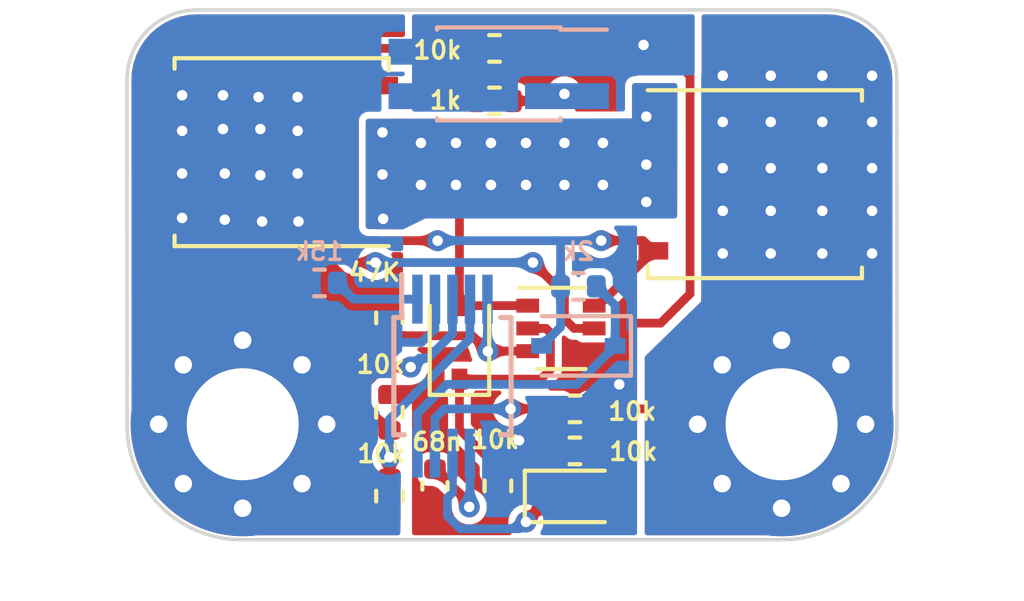
<source format=kicad_pcb>
(kicad_pcb (version 20211014) (generator pcbnew)
  (layers (0 "F.Cu" signal) (31 "B.Cu" signal) (34 "B.Paste" user) (35 "F.Paste" user) (36 "B.SilkS" user "B.Silkscreen") (37 "F.SilkS" user "F.Silkscreen") (38 "B.Mask" user) (39 "F.Mask" user) (44 "Edge.Cuts" user))
  (net 0 "")
  (net 1 "Net-(C3-Pad1)")
  (net 2 "GND")
  (net 3 "/NMOS_OUT")
  (net 4 "Net-(D2-Pad2)")
  (net 5 "Net-(D1-Pad1)")
  (net 6 "/NMOS_IN")
  (net 7 "/~{EN}")
  (net 8 "Net-(D1-Pad2)")
  (net 9 "Net-(R1-Pad2)")
  (net 10 "Net-(D3-Pad1)")
  (net 11 "Net-(D3-Pad2)")
  (net 12 "Net-(Q3-Pad3)")
  (net 13 "Net-(Q3-Pad5)")
  (net 14 "Net-(R3-Pad2)")
  (net 15 "Net-(R4-Pad2)")
  (net 16 "/PGD")
  (net 17 "Net-(R6-Pad2)")
  (footprint "Resistor_SMD:R_0402_1005Metric" (layer "F.Cu") (at 186.6688 82.1528 180)
    (fp_text reference "R9" hide)
    (fp_text value "1k")
  )
  (footprint "LED_SMD:LED_0603_1608Metric" (layer "F.Cu") (at 189.0212 93.4528)
    (fp_text reference "D2" hide)
    (fp_text value "LED")
  )
  (footprint "Resistor_SMD:R_0402_1005Metric" (layer "F.Cu") (at 186.7688 93.1528 -90)
    (fp_text reference "R5" hide)
    (fp_text value "10k")
  )
  (footprint "Package_TO_SOT_SMD:TDSON-8-1" (layer "F.Cu") (at 180.5884 83.6168 180)
    (fp_text reference "Q2" hide)
    (fp_text value "CSD18540Q5B")
  )
  (footprint "Resistor_SMD:R_0402_1005Metric" (layer "F.Cu") (at 183.6688 91.0528 -90)
    (fp_text reference "R6" hide)
    (fp_text value "10k")
  )
  (footprint "Resistor_SMD:R_0402_1005Metric" (layer "F.Cu") (at 188.9688 92.1528 180)
    (fp_text reference "R11" hide)
    (fp_text value "10K")
  )
  (footprint "Resistor_SMD:R_0402_1005Metric" (layer "F.Cu") (at 183.6688 88.3528 -90)
    (fp_text reference "R7" hide)
    (fp_text value "47K")
  )
  (footprint "Package_TO_SOT_SMD:SOT-363_SC-70-6" (layer "F.Cu") (at 188.5688 88.6528)
    (fp_text reference "Q3" hide)
    (fp_text value "Q_Dual_NPN_NPN_E1B1C2E2B2C1")
  )
  (footprint "Capacitor_SMD:C_0402_1005Metric" (layer "F.Cu") (at 184.9688 93.1528 -90)
    (fp_text reference "C3" hide)
    (fp_text value "68n")
  )
  (footprint "MountingHole:MountingHole_3.2mm_M3_Pad_Via" (layer "F.Cu") (at 194.8744 91.3912)
    (fp_text reference "H2" hide)
    (fp_text value "MountingHole_Pad")
  )
  (footprint "Resistor_SMD:R_0402_1005Metric" (layer "F.Cu") (at 183.6688 93.4428 90)
    (fp_text reference "R3" hide)
    (fp_text value "10k" hide)
  )
  (footprint "Resistor_SMD:R_0402_1005Metric" (layer "F.Cu") (at 188.9688 90.9528 180)
    (fp_text reference "R4" hide)
    (fp_text value "10k" hide)
  )
  (footprint "Package_TO_SOT_SMD:TDSON-8-1" (layer "F.Cu") (at 194.1104 84.5312)
    (fp_text reference "Q1" hide)
    (fp_text value "CSD18540Q5B")
  )
  (footprint "MountingHole:MountingHole_3.2mm_M3_Pad_Via" (layer "F.Cu") (at 179.4744 91.3912)
    (fp_text reference "H1" hide)
    (fp_text value "MountingHole_Pad")
  )
  (footprint "Diode_SMD:D_SOD-323" (layer "F.Cu") (at 185.6688 89.0528 90)
    (fp_text reference "D3" hide)
    (fp_text value "1N4001")
  )
  (footprint "Resistor_SMD:R_0402_1005Metric" (layer "F.Cu") (at 186.6688 80.6528)
    (fp_text reference "R10" hide)
    (fp_text value "10K")
  )
  (footprint "Package_SO:MSOP-10_3x3mm_P0.5mm" (layer "B.Cu") (at 185.4688 90.0176 -90)
    (fp_text reference "U1" hide)
    (fp_text value "LM5060")
  )
  (footprint "Resistor_SMD:R_0402_1005Metric" (layer "B.Cu") (at 181.6688 87.3528)
    (fp_text reference "R1" hide)
    (fp_text value "15k")
  )
  (footprint "Resistor_SMD:R_0402_1005Metric" (layer "B.Cu") (at 189.0688 87.4528 180)
    (fp_text reference "R2" hide)
    (fp_text value "2k")
  )
  (footprint "Diode_SMD:D_SOD-323" (layer "B.Cu") (at 189.0688 89.1528 180)
    (fp_text reference "D1" hide)
    (fp_text value "1N4001")
  )
  (footprint "Connector_PinHeader_1.27mm:PinHeader_2x02_P1.27mm_Vertical_SMD" (layer "B.Cu") (at 186.7916 81.3812 180)
    (fp_text reference "J1" hide)
    (fp_text value "Conn_02x02_Odd_Even")
  )
  (gr_line (start 198.1688 81.5528) (end 198.1708 91.3892) (layer "Edge.Cuts") (width 0.1))
  (gr_arc (start 196.1688 79.5528) (mid 197.583014 80.138586) (end 198.1688 81.5528) (layer "Edge.Cuts") (width 0.1))
  (gr_arc (start 179.4708 94.6892) (mid 177.128216 93.731784) (end 176.1708 91.3892) (layer "Edge.Cuts") (width 0.1))
  (gr_arc (start 176.1688 81.5528) (mid 176.754586 80.138586) (end 178.1688 79.5528) (layer "Edge.Cuts") (width 0.1))
  (gr_line (start 179.4708 94.6892) (end 194.8708 94.6892) (layer "Edge.Cuts") (width 0.1))
  (gr_arc (start 198.1708 91.3892) (mid 197.213384 93.731784) (end 194.8708 94.6892) (layer "Edge.Cuts") (width 0.1))
  (gr_line (start 178.1688 79.5528) (end 196.1688 79.5528) (layer "Edge.Cuts") (width 0.1))
  (gr_line (start 176.1688 81.5528) (end 176.1708 91.3892) (layer "Edge.Cuts") (width 0.1))
  (gr_text "10k" (at 190.6388 92.1728) (layer "F.SilkS") (effects (font (size 0.5 0.5) (thickness 0.1))))
  (gr_text "10k" (at 186.6888 91.8328) (layer "F.SilkS") (effects (font (size 0.5 0.5) (thickness 0.1))))
  (gr_text "10k" (at 183.4388 92.2328) (layer "F.SilkS") (effects (font (size 0.5 0.5) (thickness 0.1))))
  (gr_text "10k" (at 185.0388 80.7028) (layer "F.SilkS") (effects (font (size 0.5 0.5) (thickness 0.1))))
  (gr_text "10k" (at 183.4188 89.6828) (layer "F.SilkS") (effects (font (size 0.5 0.5) (thickness 0.1))))
  (gr_text "10k" (at 190.6088 91.0228) (layer "F.SilkS") (effects (font (size 0.5 0.5) (thickness 0.1))))
  (segment (start 185.949292 93.646362) (end 184.97573 92.6728) (width 0.25) (layer "F.Cu") (net 1))
  (segment (start 184.97573 92.6728) (end 184.9688 92.6728) (width 0.25) (layer "F.Cu") (net 1))
  (segment (start 185.949292 93.752808) (end 185.949292 93.646362) (width 0.25) (layer "F.Cu") (net 1))
  (via (at 185.949292 93.752808) (size 0.6) (drill 0.3) (layers "F.Cu" "B.Cu") (net 1))
  (segment (start 185.9688 93.7333) (end 185.9688 92.2176) (width 0.25) (layer "B.Cu") (net 1))
  (segment (start 185.949292 93.752808) (end 185.9688 93.7333) (width 0.25) (layer "B.Cu") (net 1))
  (segment (start 191.4188 88.5028) (end 190.3888 88.5028) (width 0.25) (layer "F.Cu") (net 2))
  (segment (start 192.2588 87.6628) (end 192.2588 81.4428) (width 0.25) (layer "F.Cu") (net 2))
  (segment (start 192.2588 81.4428) (end 191.3688 80.5528) (width 0.25) (layer "F.Cu") (net 2))
  (segment (start 191.3688 80.5528) (end 190.9288 80.5528) (width 0.25) (layer "F.Cu") (net 2))
  (segment (start 192.2588 87.6628) (end 191.4188 88.5028) (width 0.25) (layer "F.Cu") (net 2))
  (via (at 187.3688 91.8528) (size 0.6) (drill 0.3) (layers "F.Cu" "B.Cu") (net 2))
  (via (at 190.235103 90.2528) (size 0.6) (drill 0.3) (layers "F.Cu" "B.Cu") (net 2))
  (via (at 190.9288 80.5528) (size 0.6) (drill 0.3) (layers "F.Cu" "B.Cu") (net 2))
  (segment (start 189.4788 92.1528) (end 189.4788 90.9528) (width 0.25) (layer "F.Cu") (net 3))
  (segment (start 189.4788 90.9528) (end 194.436 90.9528) (width 0.25) (layer "F.Cu") (net 3))
  (segment (start 194.436 90.9528) (end 194.8744 91.3912) (width 0.25) (layer "F.Cu") (net 3))
  (via (at 197.4596 84.074) (size 0.6) (drill 0.3) (layers "F.Cu" "B.Cu") (net 3))
  (via (at 193.1924 84.074) (size 0.6) (drill 0.3) (layers "F.Cu" "B.Cu") (net 3))
  (via (at 196.0372 81.4324) (size 0.6) (drill 0.3) (layers "F.Cu" "B.Cu") (net 3))
  (via (at 197.4596 82.7532) (size 0.6) (drill 0.3) (layers "F.Cu" "B.Cu") (net 3))
  (via (at 193.1924 85.2932) (size 0.6) (drill 0.3) (layers "F.Cu" "B.Cu") (net 3))
  (via (at 194.564 82.7532) (size 0.6) (drill 0.3) (layers "F.Cu" "B.Cu") (net 3))
  (via (at 196.0372 86.5124) (size 0.6) (drill 0.3) (layers "F.Cu" "B.Cu") (net 3))
  (via (at 194.564 81.4324) (size 0.6) (drill 0.3) (layers "F.Cu" "B.Cu") (net 3))
  (via (at 196.0372 85.2932) (size 0.6) (drill 0.3) (layers "F.Cu" "B.Cu") (net 3))
  (via (at 196.0372 84.074) (size 0.6) (drill 0.3) (layers "F.Cu" "B.Cu") (net 3))
  (via (at 193.1924 81.4324) (size 0.6) (drill 0.3) (layers "F.Cu" "B.Cu") (net 3))
  (via (at 193.1924 86.5124) (size 0.6) (drill 0.3) (layers "F.Cu" "B.Cu") (net 3))
  (via (at 194.564 84.074) (size 0.6) (drill 0.3) (layers "F.Cu" "B.Cu") (net 3))
  (via (at 193.1924 82.7532) (size 0.6) (drill 0.3) (layers "F.Cu" "B.Cu") (net 3))
  (via (at 196.0372 82.7532) (size 0.6) (drill 0.3) (layers "F.Cu" "B.Cu") (net 3))
  (via (at 194.564 86.5124) (size 0.6) (drill 0.3) (layers "F.Cu" "B.Cu") (net 3))
  (via (at 194.564 85.2932) (size 0.6) (drill 0.3) (layers "F.Cu" "B.Cu") (net 3))
  (via (at 197.4596 86.5124) (size 0.6) (drill 0.3) (layers "F.Cu" "B.Cu") (net 3))
  (via (at 197.4596 81.4324) (size 0.6) (drill 0.3) (layers "F.Cu" "B.Cu") (net 3))
  (via (at 197.4596 85.2932) (size 0.6) (drill 0.3) (layers "F.Cu" "B.Cu") (net 3))
  (segment (start 189.7588 93.4528) (end 188.4588 92.1528) (width 0.25) (layer "F.Cu") (net 4))
  (segment (start 189.8087 93.4528) (end 189.7588 93.4528) (width 0.25) (layer "F.Cu") (net 4))
  (segment (start 185.29886 90.2528) (end 189.0188 90.2528) (width 0.25) (layer "B.Cu") (net 5))
  (segment (start 190.1188 89.1528) (end 190.1188 87.9928) (width 0.25) (layer "B.Cu") (net 5))
  (segment (start 184.4688 92.2176) (end 184.4688 91.08286) (width 0.25) (layer "B.Cu") (net 5))
  (segment (start 190.1188 87.9928) (end 189.5788 87.4528) (width 0.25) (layer "B.Cu") (net 5))
  (segment (start 184.4688 91.08286) (end 185.29886 90.2528) (width 0.25) (layer "B.Cu") (net 5))
  (segment (start 189.0188 90.2528) (end 190.1188 89.1528) (width 0.25) (layer "B.Cu") (net 5))
  (segment (start 180.6228 90.2428) (end 179.4744 91.3912) (width 0.25) (layer "F.Cu") (net 6))
  (via (at 179.9788 82.9564) (size 0.6) (drill 0.3) (layers "F.Cu" "B.Cu") (net 6))
  (via (at 178.9628 85.5472) (size 0.6) (drill 0.3) (layers "F.Cu" "B.Cu") (net 6))
  (via (at 177.7436 84.2264) (size 0.6) (drill 0.3) (layers "F.Cu" "B.Cu") (net 6))
  (via (at 177.7436 81.9912) (size 0.6) (drill 0.3) (layers "F.Cu" "B.Cu") (net 6))
  (via (at 181.0688 85.598) (size 0.6) (drill 0.3) (layers "F.Cu" "B.Cu") (net 6))
  (via (at 177.7436 85.4964) (size 0.6) (drill 0.3) (layers "F.Cu" "B.Cu") (net 6))
  (via (at 179.9788 84.2772) (size 0.6) (drill 0.3) (layers "F.Cu" "B.Cu") (net 6))
  (via (at 181.0456 83.0072) (size 0.6) (drill 0.3) (layers "F.Cu" "B.Cu") (net 6))
  (via (at 178.9628 84.2264) (size 0.6) (drill 0.3) (layers "F.Cu" "B.Cu") (net 6))
  (via (at 179.928 82.042) (size 0.6) (drill 0.3) (layers "F.Cu" "B.Cu") (net 6))
  (via (at 178.912 82.9564) (size 0.6) (drill 0.3) (layers "F.Cu" "B.Cu") (net 6))
  (via (at 181.0456 82.042) (size 0.6) (drill 0.3) (layers "F.Cu" "B.Cu") (net 6))
  (via (at 180.0296 85.598) (size 0.6) (drill 0.3) (layers "F.Cu" "B.Cu") (net 6))
  (via (at 181.0456 84.2264) (size 0.6) (drill 0.3) (layers "F.Cu" "B.Cu") (net 6))
  (via (at 178.912 81.9912) (size 0.6) (drill 0.3) (layers "F.Cu" "B.Cu") (net 6))
  (via (at 177.7436 83.0072) (size 0.6) (drill 0.3) (layers "F.Cu" "B.Cu") (net 6))
  (segment (start 184.585607 89.0528) (end 181.6688 89.0528) (width 0.25) (layer "B.Cu") (net 6))
  (segment (start 184.9688 87.8176) (end 184.9688 88.669607) (width 0.25) (layer "B.Cu") (net 6))
  (segment (start 181.6688 89.0528) (end 179.4744 91.2472) (width 0.25) (layer "B.Cu") (net 6))
  (segment (start 184.9688 88.669607) (end 184.585607 89.0528) (width 0.25) (layer "B.Cu") (net 6))
  (segment (start 179.4744 91.2472) (end 179.4744 91.3912) (width 0.25) (layer "B.Cu") (net 6))
  (segment (start 187.1788 82.1528) (end 188.4688 82.1528) (width 0.25) (layer "F.Cu") (net 7))
  (segment (start 188.4688 82.1528) (end 188.6688 81.9528) (width 0.25) (layer "F.Cu") (net 7))
  (via (at 188.6688 81.9528) (size 0.6) (drill 0.3) (layers "F.Cu" "B.Cu") (net 7))
  (segment (start 182.6688 82.2428) (end 183.1998 81.7118) (width 0.25) (layer "F.Cu") (net 8))
  (segment (start 182.8623 86.1463) (end 182.6688 85.9528) (width 0.25) (layer "F.Cu") (net 8))
  (segment (start 189.6438 88.0028) (end 191.2104 86.4362) (width 0.25) (layer "F.Cu") (net 8))
  (segment (start 185.0443 86.1463) (end 182.8623 86.1463) (width 0.25) (layer "F.Cu") (net 8))
  (segment (start 182.6688 85.9528) (end 182.6688 82.2428) (width 0.25) (layer "F.Cu") (net 8))
  (segment (start 189.7188 86.1428) (end 190.917 86.1428) (width 0.25) (layer "F.Cu") (net 8))
  (segment (start 189.5188 88.0028) (end 189.6438 88.0028) (width 0.25) (layer "F.Cu") (net 8))
  (segment (start 190.917 86.1428) (end 191.2104 86.4362) (width 0.25) (layer "F.Cu") (net 8))
  (segment (start 183.1998 81.7118) (end 183.4884 81.7118) (width 0.25) (layer "F.Cu") (net 8))
  (via (at 185.0443 86.1463) (size 0.6) (drill 0.3) (layers "F.Cu" "B.Cu") (net 8))
  (via (at 189.7188 86.1428) (size 0.6) (drill 0.3) (layers "F.Cu" "B.Cu") (net 8))
  (segment (start 185.0443 86.1463) (end 188.4823 86.1463) (width 0.25) (layer "B.Cu") (net 8))
  (segment (start 189.7188 86.1428) (end 189.7153 86.1463) (width 0.25) (layer "B.Cu") (net 8))
  (segment (start 188.5588 88.6128) (end 188.0188 89.1528) (width 0.25) (layer "B.Cu") (net 8))
  (segment (start 189.7153 86.1463) (end 188.4823 86.1463) (width 0.25) (layer "B.Cu") (net 8))
  (segment (start 188.5588 86.2228) (end 188.4823 86.1463) (width 0.25) (layer "B.Cu") (net 8))
  (segment (start 188.5588 87.4528) (end 188.5588 88.6128) (width 0.25) (layer "B.Cu") (net 8))
  (segment (start 188.5588 87.4528) (end 188.5588 86.2228) (width 0.25) (layer "B.Cu") (net 8))
  (segment (start 184.4688 87.8176) (end 182.6436 87.8176) (width 0.25) (layer "B.Cu") (net 9))
  (segment (start 182.6436 87.8176) (end 182.1788 87.3528) (width 0.25) (layer "B.Cu") (net 9))
  (segment (start 188.268311 89.827311) (end 188.268311 88.778289) (width 0.25) (layer "F.Cu") (net 10))
  (segment (start 188.268311 88.778289) (end 188.142822 88.6528) (width 0.25) (layer "F.Cu") (net 10))
  (segment (start 185.6688 90.1028) (end 187.992822 90.1028) (width 0.25) (layer "F.Cu") (net 10))
  (segment (start 185.6688 91.5428) (end 186.7688 92.6428) (width 0.25) (layer "F.Cu") (net 10))
  (segment (start 185.6688 91.5428) (end 185.6688 90.1028) (width 0.25) (layer "F.Cu") (net 10))
  (segment (start 187.992822 90.1028) (end 188.268311 89.827311) (width 0.25) (layer "F.Cu") (net 10))
  (segment (start 188.142822 88.6528) (end 187.6188 88.6528) (width 0.25) (layer "F.Cu") (net 10))
  (segment (start 185.6688 85.8528) (end 185.6688 88.0028) (width 0.25) (layer "F.Cu") (net 11))
  (segment (start 185.6688 85.8528) (end 185.6688 85.3228) (width 0.25) (layer "F.Cu") (net 11))
  (segment (start 185.6688 88.0028) (end 187.6188 88.0028) (width 0.25) (layer "F.Cu") (net 11))
  (via (at 188.6688 84.5528) (size 0.6) (drill 0.3) (layers "F.Cu" "B.Cu") (net 11))
  (via (at 187.5688 83.3528) (size 0.6) (drill 0.3) (layers "F.Cu" "B.Cu") (net 11))
  (via (at 185.5688 84.5528) (size 0.6) (drill 0.3) (layers "F.Cu" "B.Cu") (net 11))
  (via (at 187.5688 84.5528) (size 0.6) (drill 0.3) (layers "F.Cu" "B.Cu") (net 11))
  (via (at 191.008 82.6008) (size 0.6) (drill 0.3) (layers "F.Cu" "B.Cu") (net 11))
  (via (at 185.5688 83.3528) (size 0.6) (drill 0.3) (layers "F.Cu" "B.Cu") (net 11))
  (via (at 184.5688 83.3528) (size 0.6) (drill 0.3) (layers "F.Cu" "B.Cu") (net 11))
  (via (at 183.4884 85.5218) (size 0.6) (drill 0.3) (layers "F.Cu" "B.Cu") (net 11))
  (via (at 183.4688 83.0528) (size 0.6) (drill 0.3) (layers "F.Cu" "B.Cu") (net 11))
  (via (at 186.5688 83.3528) (size 0.6) (drill 0.3) (layers "F.Cu" "B.Cu") (net 11))
  (via (at 191.008 85.0392) (size 0.6) (drill 0.3) (layers "F.Cu" "B.Cu") (net 11))
  (via (at 188.6688 83.3528) (size 0.6) (drill 0.3) (layers "F.Cu" "B.Cu") (net 11))
  (via (at 191.008 83.9724) (size 0.6) (drill 0.3) (layers "F.Cu" "B.Cu") (net 11))
  (via (at 189.7688 83.3528) (size 0.6) (drill 0.3) (layers "F.Cu" "B.Cu") (net 11))
  (via (at 184.5688 84.5528) (size 0.6) (drill 0.3) (layers "F.Cu" "B.Cu") (net 11))
  (via (at 183.4688 84.2528) (size 0.6) (drill 0.3) (layers "F.Cu" "B.Cu") (net 11))
  (via (at 189.7688 84.5528) (size 0.6) (drill 0.3) (layers "F.Cu" "B.Cu") (net 11))
  (via (at 186.5688 84.5528) (size 0.6) (drill 0.3) (layers "F.Cu" "B.Cu") (net 11))
  (segment (start 186.48303 89.3028) (end 187.6188 89.3028) (width 0.25) (layer "F.Cu") (net 12))
  (segment (start 186.480059 89.305771) (end 186.48303 89.3028) (width 0.25) (layer "F.Cu") (net 12))
  (segment (start 186.480059 89.305771) (end 186.037088 88.8628) (width 0.25) (layer "F.Cu") (net 12))
  (segment (start 186.037088 88.8628) (end 183.6688 88.8628) (width 0.25) (layer "F.Cu") (net 12))
  (via (at 186.480059 89.305771) (size 0.6) (drill 0.3) (layers "F.Cu" "B.Cu") (net 12))
  (segment (start 186.480059 89.305771) (end 186.4688 89.294512) (width 0.25) (layer "B.Cu") (net 12))
  (segment (start 186.4688 89.294512) (end 186.4688 87.8176) (width 0.25) (layer "B.Cu") (net 12))
  (segment (start 188.6688 87.6728) (end 188.6688 88.3778) (width 0.25) (layer "F.Cu") (net 13))
  (segment (start 182.21928 81.50232) (end 183.0688 80.6528) (width 0.25) (layer "F.Cu") (net 13))
  (segment (start 182.5868 86.7708) (end 182.21928 86.40328) (width 0.25) (layer "F.Cu") (net 13))
  (segment (start 188.6688 88.3778) (end 188.9438 88.6528) (width 0.25) (layer "F.Cu") (net 13))
  (segment (start 182.21928 86.40328) (end 182.21928 81.50232) (width 0.25) (layer "F.Cu") (net 13))
  (segment (start 188.9438 88.6528) (end 189.5188 88.6528) (width 0.25) (layer "F.Cu") (net 13))
  (segment (start 183.0688 80.6528) (end 186.1588 80.6528) (width 0.25) (layer "F.Cu") (net 13))
  (segment (start 186.1588 82.1528) (end 186.1588 80.6528) (width 0.25) (layer "F.Cu") (net 13))
  (segment (start 187.7688 86.7728) (end 188.6688 87.6728) (width 0.25) (layer "F.Cu") (net 13))
  (segment (start 183.2688 86.7708) (end 182.5868 86.7708) (width 0.25) (layer "F.Cu") (net 13))
  (segment (start 187.7688 86.7708) (end 187.7688 86.7728) (width 0.25) (layer "F.Cu") (net 13))
  (via (at 183.2688 86.7708) (size 0.6) (drill 0.3) (layers "F.Cu" "B.Cu") (net 13))
  (via (at 187.7688 86.7708) (size 0.6) (drill 0.3) (layers "F.Cu" "B.Cu") (net 13))
  (segment (start 187.7688 86.7708) (end 183.2688 86.7708) (width 0.25) (layer "B.Cu") (net 13))
  (segment (start 183.6688 92.3323) (end 183.6688 92.9328) (width 0.25) (layer "F.Cu") (net 14))
  (via (at 183.6688 92.3323) (size 0.6) (drill 0.3) (layers "F.Cu" "B.Cu") (net 14))
  (segment (start 183.6688 92.3323) (end 183.6688 91.247142) (width 0.25) (layer "B.Cu") (net 14))
  (segment (start 185.9688 88.947142) (end 185.9688 87.8176) (width 0.25) (layer "B.Cu") (net 14))
  (segment (start 183.6688 91.247142) (end 185.9688 88.947142) (width 0.25) (layer "B.Cu") (net 14))
  (segment (start 187.1288 90.9528) (end 188.4588 90.9528) (width 0.25) (layer "F.Cu") (net 15))
  (via (at 187.1288 90.9528) (size 0.6) (drill 0.3) (layers "F.Cu" "B.Cu") (net 15))
  (segment (start 184.9688 91.218578) (end 184.9688 92.2176) (width 0.25) (layer "B.Cu") (net 15))
  (segment (start 185.234578 90.9528) (end 184.9688 91.218578) (width 0.25) (layer "B.Cu") (net 15))
  (segment (start 187.1288 90.9528) (end 185.234578 90.9528) (width 0.25) (layer "B.Cu") (net 15))
  (segment (start 188.2337 93.4528) (end 188.2337 93.5179) (width 0.25) (layer "F.Cu") (net 16))
  (segment (start 188.2337 93.5179) (end 187.5688 94.1828) (width 0.25) (layer "F.Cu") (net 16))
  (via (at 187.5688 94.1828) (size 0.6) (drill 0.3) (layers "F.Cu" "B.Cu") (net 16))
  (segment (start 185.690618 94.377311) (end 185.324789 94.011482) (width 0.25) (layer "B.Cu") (net 16))
  (segment (start 187.374289 94.377311) (end 185.690618 94.377311) (width 0.25) (layer "B.Cu") (net 16))
  (segment (start 185.324789 93.494118) (end 185.4688 93.350107) (width 0.25) (layer "B.Cu") (net 16))
  (segment (start 185.324789 94.011482) (end 185.324789 93.494118) (width 0.25) (layer "B.Cu") (net 16))
  (segment (start 187.5688 94.1828) (end 187.374289 94.377311) (width 0.25) (layer "B.Cu") (net 16))
  (segment (start 185.4688 93.350107) (end 185.4688 92.2176) (width 0.25) (layer "B.Cu") (net 16))
  (segment (start 183.02428 90.91828) (end 183.6688 91.5628) (width 0.25) (layer "F.Cu") (net 17))
  (segment (start 184.274382 89.758382) (end 183.483359 89.758382) (width 0.25) (layer "F.Cu") (net 17))
  (segment (start 183.02428 90.217461) (end 183.02428 90.91828) (width 0.25) (layer "F.Cu") (net 17))
  (segment (start 183.483359 89.758382) (end 183.02428 90.217461) (width 0.25) (layer "F.Cu") (net 17))
  (via (at 184.274382 89.758382) (size 0.6) (drill 0.3) (layers "F.Cu" "B.Cu") (net 17))
  (segment (start 184.530444 89.50232) (end 184.771805 89.50232) (width 0.25) (layer "B.Cu") (net 17))
  (segment (start 184.771805 89.50232) (end 185.4688 88.805325) (width 0.25) (layer "B.Cu") (net 17))
  (segment (start 184.274382 89.758382) (end 184.530444 89.50232) (width 0.25) (layer "B.Cu") (net 17))
  (segment (start 185.4688 88.805325) (end 185.4688 87.8176) (width 0.25) (layer "B.Cu") (net 17))
  (zone (net 4) (net_name "Net-(D2-Pad2)") (layer "F.Cu") (priority 16962) (connect_pads yes (clearance 0)) (min_thickness 0.0254) (fill yes (thermal_gap 0.508) (thermal_bridge_width 0.508))
    (polygon (pts (xy 189.07114 92.941917) (xy 189.142718 93.018723) (xy 189.197336 93.088257) (xy 189.238196 93.152567) (xy 189.268502 93.213701) (xy 189.291457 93.27371) (xy 189.310264 93.334641) (xy 189.328125 93.398545) (xy 189.348243 93.467468) (xy 189.373822 93.543461) (xy 189.408064 93.628573) (xy 189.975114 93.594777) (xy 189.919182 93.02948) (xy 189.834333 93.009928) (xy 189.758594 92.996392) (xy 189.690024 92.986042) (xy 189.626685 92.976048) (xy 189.566638 92.963582) (xy 189.507943 92.945814) (xy 189.448663 92.919915) (xy 189.386858 92.883056) (xy 189.320589 92.832407) (xy 189.247917 92.76514)))
  )
  (zone (net 12) (net_name "Net-(Q3-Pad3)") (layer "F.Cu") (priority 16962) (connect_pads yes (clearance 0)) (min_thickness 0.0254) (fill yes (thermal_gap 0.508) (thermal_bridge_width 0.508))
    (polygon (pts (xy 184.1988 88.7378) (xy 184.139388 88.736549) (xy 184.088655 88.73283) (xy 184.044859 88.726688) (xy 184.006263 88.71817) (xy 183.971127 88.707323) (xy 183.937713 88.694195) (xy 183.904281 88.678832) (xy 183.869093 88.66128) (xy 183.830408 88.641587) (xy 183.78649 88.6198) (xy 183.5338 88.8628) (xy 183.78649 89.1058) (xy 183.830408 89.084012) (xy 183.869093 89.064319) (xy 183.904281 89.046767) (xy 183.937713 89.031404) (xy 183.971127 89.018276) (xy 184.006263 89.007429) (xy 184.044859 88.998911) (xy 184.088655 88.992769) (xy 184.139388 88.98905) (xy 184.1988 88.9878)))
  )
  (zone (net 4) (net_name "Net-(D2-Pad2)") (layer "F.Cu") (priority 16962) (connect_pads yes (clearance 0)) (min_thickness 0.0254) (fill yes (thermal_gap 0.508) (thermal_bridge_width 0.508))
    (polygon (pts (xy 189.07114 92.941917) (xy 189.142718 93.018723) (xy 189.197336 93.088257) (xy 189.238196 93.152567) (xy 189.268502 93.213701) (xy 189.291457 93.27371) (xy 189.310264 93.334641) (xy 189.328125 93.398545) (xy 189.348243 93.467468) (xy 189.373822 93.543461) (xy 189.408064 93.628573) (xy 189.975114 93.594777) (xy 189.919182 93.02948) (xy 189.834333 93.009928) (xy 189.758594 92.996392) (xy 189.690024 92.986042) (xy 189.626685 92.976048) (xy 189.566638 92.963582) (xy 189.507943 92.945814) (xy 189.448663 92.919915) (xy 189.386858 92.883056) (xy 189.320589 92.832407) (xy 189.247917 92.76514)))
  )
  (zone (net 16) (net_name "/PGD") (layer "F.Cu") (priority 16962) (connect_pads yes (clearance 0)) (min_thickness 0.0254) (fill yes (thermal_gap 0.508) (thermal_bridge_width 0.508))
    (polygon (pts (xy 187.736959 94.191418) (xy 187.813697 94.119952) (xy 187.883173 94.065463) (xy 187.947407 94.024684) (xy 188.008416 93.994349) (xy 188.068222 93.97119) (xy 188.128843 93.951941) (xy 188.192299 93.933336) (xy 188.26061 93.912107) (xy 188.335794 93.884987) (xy 188.419871 93.848712) (xy 188.371285 93.282736) (xy 187.807641 93.353406) (xy 187.790691 93.437024) (xy 187.779383 93.511741) (xy 187.770951 93.579437) (xy 187.762629 93.641992) (xy 187.751653 93.701286) (xy 187.735258 93.759199) (xy 187.710678 93.817611) (xy 187.675149 93.878402) (xy 187.625905 93.943452) (xy 187.560182 94.014641)))
  )
  (zone (net 16) (net_name "/PGD") (layer "F.Cu") (priority 16962) (connect_pads yes (clearance 0)) (min_thickness 0.0254) (fill yes (thermal_gap 0.508) (thermal_bridge_width 0.508))
    (polygon (pts (xy 187.736959 94.191418) (xy 187.813697 94.119952) (xy 187.883173 94.065463) (xy 187.947407 94.024684) (xy 188.008416 93.994349) (xy 188.068222 93.97119) (xy 188.128843 93.951941) (xy 188.192299 93.933336) (xy 188.26061 93.912107) (xy 188.335794 93.884987) (xy 188.419871 93.848712) (xy 188.371285 93.282736) (xy 187.807641 93.353406) (xy 187.790691 93.437024) (xy 187.779383 93.511741) (xy 187.770951 93.579437) (xy 187.762629 93.641992) (xy 187.751653 93.701286) (xy 187.735258 93.759199) (xy 187.710678 93.817611) (xy 187.675149 93.878402) (xy 187.625905 93.943452) (xy 187.560182 94.014641)))
  )
  (zone (net 13) (net_name "Net-(Q3-Pad5)") (layer "F.Cu") (priority 16962) (connect_pads yes (clearance 0)) (min_thickness 0.0254) (fill yes (thermal_gap 0.508) (thermal_bridge_width 0.508))
    (polygon (pts (xy 188.27438 87.101603) (xy 188.228513 87.05332) (xy 188.192096 87.009812) (xy 188.163559 86.969746) (xy 188.141335 86.93179) (xy 188.123852 86.89461) (xy 188.109543 86.856875) (xy 188.096838 86.817252) (xy 188.084169 86.774407) (xy 188.069965 86.727008) (xy 188.052659 86.673724) (xy 187.66325 86.664221) (xy 187.668974 87.053703) (xy 187.722298 87.071585) (xy 187.769726 87.086262) (xy 187.812597 87.099316) (xy 187.85225 87.112332) (xy 187.890025 87.126896) (xy 187.927261 87.144592) (xy 187.965297 87.167003) (xy 188.005473 87.195715) (xy 188.049128 87.232312) (xy 188.097603 87.27838)))
  )
  (zone (net 14) (net_name "Net-(R3-Pad2)") (layer "F.Cu") (priority 16962) (connect_pads yes (clearance 0)) (min_thickness 0.0254) (fill yes (thermal_gap 0.508) (thermal_bridge_width 0.508))
    (polygon (pts (xy 183.7938 92.9223) (xy 183.795511 92.855777) (xy 183.800531 92.799313) (xy 183.808683 92.750853) (xy 183.819794 92.708341) (xy 183.833688 92.669721) (xy 183.850191 92.632939) (xy 183.869128 92.595937) (xy 183.890325 92.556661) (xy 183.913607 92.513056) (xy 183.9388 92.463066) (xy 183.6688 92.1823) (xy 183.3988 92.463066) (xy 183.423992 92.513056) (xy 183.447274 92.556661) (xy 183.468471 92.595937) (xy 183.487408 92.632939) (xy 183.503911 92.669721) (xy 183.517805 92.708341) (xy 183.528916 92.750853) (xy 183.537068 92.799313) (xy 183.542088 92.855777) (xy 183.5438 92.9223)))
  )
  (zone (net 8) (net_name "Net-(D1-Pad2)") (layer "F.Cu") (priority 16962) (connect_pads yes (clearance 0)) (min_thickness 0.0254) (fill yes (thermal_gap 0.508) (thermal_bridge_width 0.508))
    (polygon (pts (xy 190.952307 86.87107) (xy 190.991655 86.833058) (xy 191.026873 86.801886) (xy 191.059065 86.7765) (xy 191.089334 86.755847) (xy 191.118786 86.738875) (xy 191.148525 86.724529) (xy 191.179656 86.711758) (xy 191.213282 86.699506) (xy 191.25051 86.686723) (xy 191.292443 86.672354) (xy 191.298788 86.347812) (xy 190.974246 86.354157) (xy 190.959876 86.396089) (xy 190.947093 86.433317) (xy 190.934841 86.466943) (xy 190.92207 86.498074) (xy 190.907724 86.527813) (xy 190.890752 86.557265) (xy 190.870099 86.587534) (xy 190.844713 86.619726) (xy 190.813541 86.654944) (xy 190.77553 86.694293)))
  )
  (zone (net 4) (net_name "Net-(D2-Pad2)") (layer "F.Cu") (priority 16962) (connect_pads yes (clearance 0)) (min_thickness 0.0254) (fill yes (thermal_gap 0.508) (thermal_bridge_width 0.508))
    (polygon (pts (xy 188.921954 92.439177) (xy 188.880828 92.396283) (xy 188.847584 92.357778) (xy 188.820959 92.322467) (xy 188.79969 92.289153) (xy 188.782515 92.256639) (xy 188.768171 92.223728) (xy 188.755394 92.189225) (xy 188.742923 92.151932) (xy 188.729495 92.110654) (xy 188.713846 92.064193) (xy 188.363341 92.057341) (xy 188.370193 92.407846) (xy 188.416654 92.423495) (xy 188.457932 92.436923) (xy 188.495225 92.449394) (xy 188.529728 92.462171) (xy 188.562639 92.476515) (xy 188.595153 92.49369) (xy 188.628467 92.514959) (xy 188.663778 92.541584) (xy 188.702283 92.574828) (xy 188.745177 92.615954)))
  )
  (zone (net 11) (net_name "Net-(D3-Pad2)") (layers F&B.Cu) (priority 3) (connect_pads yes (clearance 0.154)) (min_thickness 0.154) (fill yes (thermal_gap 0.508) (thermal_bridge_width 0.508))
    (polygon (pts (xy 191.8888 85.5128) (xy 184.6888 85.5128) (xy 184.0588 85.8228) (xy 182.9888 85.8128) (xy 182.9888 82.6628) (xy 190.5988 82.6528) (xy 190.5988 81.6428) (xy 191.898857 81.642791)))
  )
  (zone (net 13) (net_name "Net-(Q3-Pad5)") (layer "F.Cu") (priority 16962) (connect_pads yes (clearance 0)) (min_thickness 0.0254) (fill yes (thermal_gap 0.508) (thermal_bridge_width 0.508))
    (polygon (pts (xy 189.1288 88.7778) (xy 189.171931 88.778011) (xy 189.209636 88.778797) (xy 189.242878 88.780383) (xy 189.272622 88.782993) (xy 189.299832 88.786853) (xy 189.325472 88.792189) (xy 189.350507 88.799227) (xy 189.375901 88.80819) (xy 189.402618 88.819306) (xy 189.431623 88.8328) (xy 189.6188 88.6528) (xy 189.431623 88.4728) (xy 189.402618 88.486293) (xy 189.375901 88.497409) (xy 189.350507 88.506372) (xy 189.325472 88.51341) (xy 189.299832 88.518746) (xy 189.272622 88.522606) (xy 189.242878 88.525216) (xy 189.209636 88.526802) (xy 189.171931 88.527588) (xy 189.1288 88.5278)))
  )
  (zone (net 4) (net_name "Net-(D2-Pad2)") (layer "F.Cu") (priority 16962) (connect_pads yes (clearance 0)) (min_thickness 0.0254) (fill yes (thermal_gap 0.508) (thermal_bridge_width 0.508))
    (polygon (pts (xy 189.07114 92.941917) (xy 189.142718 93.018723) (xy 189.197336 93.088257) (xy 189.238196 93.152567) (xy 189.268502 93.213701) (xy 189.291457 93.27371) (xy 189.310264 93.334641) (xy 189.328125 93.398545) (xy 189.348243 93.467468) (xy 189.373822 93.543461) (xy 189.408064 93.628573) (xy 189.975114 93.594777) (xy 189.919182 93.02948) (xy 189.834333 93.009928) (xy 189.758594 92.996392) (xy 189.690024 92.986042) (xy 189.626685 92.976048) (xy 189.566638 92.963582) (xy 189.507943 92.945814) (xy 189.448663 92.919915) (xy 189.386858 92.883056) (xy 189.320589 92.832407) (xy 189.247917 92.76514)))
  )
  (zone (net 6) (net_name "/NMOS_IN") (layers F&B.Cu) (priority 1) (connect_pads yes (clearance 0.127)) (min_thickness 0.127) (fill yes (thermal_gap 0.508) (thermal_bridge_width 0.508))
    (polygon (pts (xy 184.128161 79.556702) (xy 183.975761 94.796702) (xy 176.1688 94.6912) (xy 176.118 79.502)))
  )
  (zone (net 17) (net_name "Net-(R6-Pad2)") (layer "F.Cu") (priority 16962) (connect_pads yes (clearance 0)) (min_thickness 0.0254) (fill yes (thermal_gap 0.508) (thermal_bridge_width 0.508))
    (polygon (pts (xy 183.205646 91.276423) (xy 183.246771 91.319316) (xy 183.280015 91.357821) (xy 183.30664 91.393132) (xy 183.327909 91.426446) (xy 183.345084 91.45896) (xy 183.359428 91.491871) (xy 183.372205 91.526374) (xy 183.384676 91.563667) (xy 183.398104 91.604945) (xy 183.413754 91.651407) (xy 183.764259 91.658259) (xy 183.757407 91.307754) (xy 183.710945 91.292104) (xy 183.669667 91.278676) (xy 183.632374 91.266205) (xy 183.597871 91.253428) (xy 183.56496 91.239084) (xy 183.532446 91.221909) (xy 183.499132 91.20064) (xy 183.463821 91.174015) (xy 183.425316 91.140771) (xy 183.382423 91.099646)))
  )
  (zone (net 16) (net_name "/PGD") (layer "F.Cu") (priority 16962) (connect_pads yes (clearance 0)) (min_thickness 0.0254) (fill yes (thermal_gap 0.508) (thermal_bridge_width 0.508))
    (polygon (pts (xy 187.897603 93.67722) (xy 187.849354 93.723047) (xy 187.805879 93.759423) (xy 187.765848 93.787925) (xy 187.727932 93.810129) (xy 187.690799 93.827613) (xy 187.653121 93.841953) (xy 187.613566 93.854726) (xy 187.570806 93.867509) (xy 187.52351 93.88188) (xy 187.470348 93.899415) (xy 187.462734 94.288866) (xy 187.852185 94.281252) (xy 187.869719 94.228089) (xy 187.88409 94.180793) (xy 187.896873 94.138033) (xy 187.909646 94.098478) (xy 187.923986 94.0608) (xy 187.94147 94.023667) (xy 187.963674 93.985751) (xy 187.992176 93.94572) (xy 188.028552 93.902245) (xy 188.07438 93.853997)))
  )
  (zone (net 3) (net_name "/NMOS_OUT") (layer "F.Cu") (priority 16962) (connect_pads yes (clearance 0)) (min_thickness 0.0254) (fill yes (thermal_gap 0.508) (thermal_bridge_width 0.508))
    (polygon (pts (xy 189.3538 91.6228) (xy 189.352549 91.682211) (xy 189.34883 91.732944) (xy 189.342688 91.77674) (xy 189.33417 91.815336) (xy 189.323323 91.850472) (xy 189.310195 91.883886) (xy 189.294832 91.917318) (xy 189.27728 91.952506) (xy 189.257587 91.991191) (xy 189.2358 92.03511) (xy 189.4788 92.2878) (xy 189.7218 92.03511) (xy 189.700012 91.991191) (xy 189.680319 91.952506) (xy 189.662767 91.917318) (xy 189.647404 91.883886) (xy 189.634276 91.850472) (xy 189.623429 91.815336) (xy 189.614911 91.77674) (xy 189.608769 91.732944) (xy 189.60505 91.682211) (xy 189.6038 91.6228)))
  )
  (zone (net 12) (net_name "Net-(Q3-Pad3)") (layer "F.Cu") (priority 16962) (connect_pads yes (clearance 0)) (min_thickness 0.0254) (fill yes (thermal_gap 0.508) (thermal_bridge_width 0.508))
    (polygon (pts (xy 187.2288 89.4278) (xy 187.271931 89.428011) (xy 187.309636 89.428797) (xy 187.342878 89.430383) (xy 187.372622 89.432993) (xy 187.399832 89.436853) (xy 187.425472 89.442189) (xy 187.450507 89.449227) (xy 187.475901 89.45819) (xy 187.502618 89.469306) (xy 187.531623 89.4828) (xy 187.7188 89.3028) (xy 187.531623 89.1228) (xy 187.502618 89.136293) (xy 187.475901 89.147409) (xy 187.450507 89.156372) (xy 187.425472 89.16341) (xy 187.399832 89.168746) (xy 187.372622 89.172606) (xy 187.342878 89.175216) (xy 187.309636 89.176802) (xy 187.271931 89.177588) (xy 187.2288 89.1778)))
  )
  (zone (net 12) (net_name "Net-(Q3-Pad3)") (layer "F.Cu") (priority 16962) (connect_pads yes (clearance 0)) (min_thickness 0.0254) (fill yes (thermal_gap 0.508) (thermal_bridge_width 0.508))
    (polygon (pts (xy 185.974479 88.976968) (xy 186.020306 89.025216) (xy 186.056682 89.068691) (xy 186.085184 89.108722) (xy 186.107388 89.146638) (xy 186.124872 89.183771) (xy 186.139212 89.221449) (xy 186.151985 89.261004) (xy 186.164768 89.303764) (xy 186.179139 89.35106) (xy 186.196674 89.404223) (xy 186.586125 89.411837) (xy 186.578511 89.022386) (xy 186.525348 89.004851) (xy 186.478052 88.99048) (xy 186.435292 88.977697) (xy 186.395737 88.964924) (xy 186.358059 88.950584) (xy 186.320926 88.9331) (xy 186.28301 88.910896) (xy 186.242979 88.882394) (xy 186.199504 88.846018) (xy 186.151256 88.800191)))
  )
  (zone (net 4) (net_name "Net-(D2-Pad2)") (layer "F.Cu") (priority 16962) (connect_pads yes (clearance 0)) (min_thickness 0.0254) (fill yes (thermal_gap 0.508) (thermal_bridge_width 0.508))
    (polygon (pts (xy 189.07114 92.941917) (xy 189.142718 93.018723) (xy 189.197336 93.088257) (xy 189.238196 93.152567) (xy 189.268502 93.213701) (xy 189.291457 93.27371) (xy 189.310264 93.334641) (xy 189.328125 93.398545) (xy 189.348243 93.467468) (xy 189.373822 93.543461) (xy 189.408064 93.628573) (xy 189.975114 93.594777) (xy 189.919182 93.02948) (xy 189.834333 93.009928) (xy 189.758594 92.996392) (xy 189.690024 92.986042) (xy 189.626685 92.976048) (xy 189.566638 92.963582) (xy 189.507943 92.945814) (xy 189.448663 92.919915) (xy 189.386858 92.883056) (xy 189.320589 92.832407) (xy 189.247917 92.76514)))
  )
  (zone (net 16) (net_name "/PGD") (layer "F.Cu") (priority 16962) (connect_pads yes (clearance 0)) (min_thickness 0.0254) (fill yes (thermal_gap 0.508) (thermal_bridge_width 0.508))
    (polygon (pts (xy 187.736959 94.191418) (xy 187.813697 94.119952) (xy 187.883173 94.065463) (xy 187.947407 94.024684) (xy 188.008416 93.994349) (xy 188.068222 93.97119) (xy 188.128843 93.951941) (xy 188.192299 93.933336) (xy 188.26061 93.912107) (xy 188.335794 93.884987) (xy 188.419871 93.848712) (xy 188.371285 93.282736) (xy 187.807641 93.353406) (xy 187.790691 93.437024) (xy 187.779383 93.511741) (xy 187.770951 93.579437) (xy 187.762629 93.641992) (xy 187.751653 93.701286) (xy 187.735258 93.759199) (xy 187.710678 93.817611) (xy 187.675149 93.878402) (xy 187.625905 93.943452) (xy 187.560182 94.014641)))
  )
  (zone (net 8) (net_name "Net-(D1-Pad2)") (layer "F.Cu") (priority 16962) (connect_pads yes (clearance 0)) (min_thickness 0.0254) (fill yes (thermal_gap 0.508) (thermal_bridge_width 0.508))
    (polygon (pts (xy 183.138706 81.94967) (xy 183.163813 81.927464) (xy 183.188138 81.911568) (xy 183.211886 81.901359) (xy 183.235265 81.896215) (xy 183.258484 81.895512) (xy 183.281749 81.898626) (xy 183.305268 81.904935) (xy 183.32925 81.913816) (xy 183.3539 81.924645) (xy 183.379428 81.9368) (xy 183.6134 81.7118) (xy 183.311624 81.535024) (xy 183.276801 81.566715) (xy 183.243675 81.591342) (xy 183.211597 81.610896) (xy 183.179919 81.627366) (xy 183.147991 81.642744) (xy 183.115167 81.659018) (xy 183.080797 81.67818) (xy 183.044233 81.70222) (xy 183.004826 81.733128) (xy 182.96193 81.772894)))
  )
  (zone (net 7) (net_name "/~{EN}") (layer "F.Cu") (priority 16962) (connect_pads yes (clearance 0)) (min_thickness 0.0254) (fill yes (thermal_gap 0.508) (thermal_bridge_width 0.508))
    (polygon (pts (xy 188.1388 82.2778) (xy 188.212171 82.2771) (xy 188.27469 82.2752) (xy 188.328729 82.272399) (xy 188.37666 82.269) (xy 188.420854 82.2653) (xy 188.463684 82.2616) (xy 188.507522 82.2582) (xy 188.554739 82.2554) (xy 188.607707 82.2535) (xy 188.6688 82.2528) (xy 188.78199 81.854374) (xy 188.392955 81.834864) (xy 188.377518 81.869803) (xy 188.361883 81.901604) (xy 188.345293 81.930142) (xy 188.326991 81.955287) (xy 188.306218 81.976913) (xy 188.282219 81.994893) (xy 188.254235 82.009098) (xy 188.221508 82.019403) (xy 188.183282 82.025679) (xy 188.1388 82.0278)))
  )
  (zone (net 8) (net_name "Net-(D1-Pad2)") (layer "F.Cu") (priority 16962) (connect_pads yes (clearance 0)) (min_thickness 0.0254) (fill yes (thermal_gap 0.508) (thermal_bridge_width 0.508))
    (polygon (pts (xy 189.767543 87.702281) (xy 189.742179 87.726822) (xy 189.718696 87.747641) (xy 189.696604 87.764936) (xy 189.67541 87.778904) (xy 189.654624 87.789742) (xy 189.633755 87.797647) (xy 189.612312 87.802817) (xy 189.589803 87.805449) (xy 189.565738 87.80574) (xy 189.539626 87.803888) (xy 189.424751 88.03678) (xy 189.661954 88.142466) (xy 189.6902 88.114149) (xy 189.716181 88.089261) (xy 189.740745 88.066679) (xy 189.764741 88.045284) (xy 189.789017 88.023954) (xy 189.814423 88.001568) (xy 189.841807 87.977006) (xy 189.872019 87.949148) (xy 189.905906 87.916871) (xy 189.944319 87.879057)))
  )
  (zone (net 13) (net_name "Net-(Q3-Pad5)") (layer "F.Cu") (priority 16962) (connect_pads yes (clearance 0)) (min_thickness 0.0254) (fill yes (thermal_gap 0.508) (thermal_bridge_width 0.508))
    (polygon (pts (xy 185.6288 80.7778) (xy 185.688211 80.77905) (xy 185.738944 80.782769) (xy 185.78274 80.788911) (xy 185.821336 80.797429) (xy 185.856472 80.808276) (xy 185.889886 80.821404) (xy 185.923318 80.836767) (xy 185.958506 80.854319) (xy 185.997191 80.874012) (xy 186.04111 80.8958) (xy 186.2938 80.6528) (xy 186.04111 80.4098) (xy 185.997191 80.431587) (xy 185.958506 80.45128) (xy 185.923318 80.468832) (xy 185.889886 80.484195) (xy 185.856472 80.497323) (xy 185.821336 80.50817) (xy 185.78274 80.516688) (xy 185.738944 80.52283) (xy 185.688211 80.526549) (xy 185.6288 80.5278)))
  )
  (zone (net 11) (net_name "Net-(D3-Pad2)") (layer "F.Cu") (priority 16962) (connect_pads yes (clearance 0)) (min_thickness 0.0254) (fill yes (thermal_gap 0.508) (thermal_bridge_width 0.508))
    (polygon (pts (xy 187.2288 88.1278) (xy 187.271931 88.128011) (xy 187.309636 88.128797) (xy 187.342878 88.130383) (xy 187.372622 88.132993) (xy 187.399832 88.136853) (xy 187.425472 88.142189) (xy 187.450507 88.149227) (xy 187.475901 88.15819) (xy 187.502618 88.169306) (xy 187.531623 88.1828) (xy 187.7188 88.0028) (xy 187.531623 87.8228) (xy 187.502618 87.836293) (xy 187.475901 87.847409) (xy 187.450507 87.856372) (xy 187.425472 87.86341) (xy 187.399832 87.868746) (xy 187.372622 87.872606) (xy 187.342878 87.875216) (xy 187.309636 87.876802) (xy 187.271931 87.877588) (xy 187.2288 87.8778)))
  )
  (zone (net 13) (net_name "Net-(Q3-Pad5)") (layer "F.Cu") (priority 16962) (connect_pads yes (clearance 0)) (min_thickness 0.0254) (fill yes (thermal_gap 0.508) (thermal_bridge_width 0.508))
    (polygon (pts (xy 186.0338 81.6228) (xy 186.032549 81.682211) (xy 186.02883 81.732944) (xy 186.022688 81.77674) (xy 186.01417 81.815336) (xy 186.003323 81.850472) (xy 185.990195 81.883886) (xy 185.974832 81.917318) (xy 185.95728 81.952506) (xy 185.937587 81.991191) (xy 185.9158 82.03511) (xy 186.1588 82.2878) (xy 186.4018 82.03511) (xy 186.380012 81.991191) (xy 186.360319 81.952506) (xy 186.342767 81.917318) (xy 186.327404 81.883886) (xy 186.314276 81.850472) (xy 186.303429 81.815336) (xy 186.294911 81.77674) (xy 186.288769 81.732944) (xy 186.28505 81.682211) (xy 186.2838 81.6228)))
  )
  (zone (net 8) (net_name "Net-(D1-Pad2)") (layer "F.Cu") (priority 16962) (connect_pads yes (clearance 0)) (min_thickness 0.0254) (fill yes (thermal_gap 0.508) (thermal_bridge_width 0.508))
    (polygon (pts (xy 190.3088 86.0178) (xy 190.242277 86.016088) (xy 190.185813 86.011068) (xy 190.137353 86.002916) (xy 190.094841 85.991805) (xy 190.056221 85.977911) (xy 190.019439 85.961408) (xy 189.982437 85.942471) (xy 189.943161 85.921274) (xy 189.899556 85.897992) (xy 189.849566 85.8728) (xy 189.5688 86.1428) (xy 189.849566 86.4128) (xy 189.899556 86.387607) (xy 189.943161 86.364325) (xy 189.982437 86.343128) (xy 190.019439 86.324191) (xy 190.056221 86.307688) (xy 190.094841 86.293794) (xy 190.137353 86.282683) (xy 190.185813 86.274531) (xy 190.242277 86.269511) (xy 190.3088 86.2678)))
  )
  (zone (net 17) (net_name "Net-(R6-Pad2)") (layer "F.Cu") (priority 16962) (connect_pads yes (clearance 0)) (min_thickness 0.0254) (fill yes (thermal_gap 0.508) (thermal_bridge_width 0.508))
    (polygon (pts (xy 183.684382 89.883382) (xy 183.750904 89.885093) (xy 183.807368 89.890113) (xy 183.855828 89.898265) (xy 183.89834 89.909376) (xy 183.93696 89.92327) (xy 183.973742 89.939773) (xy 184.010744 89.95871) (xy 184.05002 89.979907) (xy 184.093625 90.003189) (xy 184.143616 90.028382) (xy 184.424382 89.758382) (xy 184.143616 89.488382) (xy 184.093625 89.513574) (xy 184.05002 89.536856) (xy 184.010744 89.558053) (xy 183.973742 89.57699) (xy 183.93696 89.593493) (xy 183.89834 89.607387) (xy 183.855828 89.618498) (xy 183.807368 89.62665) (xy 183.750904 89.63167) (xy 183.684382 89.633382)))
  )
  (zone (net 15) (net_name "Net-(R4-Pad2)") (layer "F.Cu") (priority 16962) (connect_pads yes (clearance 0)) (min_thickness 0.0254) (fill yes (thermal_gap 0.508) (thermal_bridge_width 0.508))
    (polygon (pts (xy 187.9288 91.0778) (xy 187.988211 91.07905) (xy 188.038944 91.082769) (xy 188.08274 91.088911) (xy 188.121336 91.097429) (xy 188.156472 91.108276) (xy 188.189886 91.121404) (xy 188.223318 91.136767) (xy 188.258506 91.154319) (xy 188.297191 91.174012) (xy 188.34111 91.1958) (xy 188.5938 90.9528) (xy 188.34111 90.7098) (xy 188.297191 90.731587) (xy 188.258506 90.75128) (xy 188.223318 90.768832) (xy 188.189886 90.784195) (xy 188.156472 90.797323) (xy 188.121336 90.80817) (xy 188.08274 90.816688) (xy 188.038944 90.82283) (xy 187.988211 90.826549) (xy 187.9288 90.8278)))
  )
  (zone (net 7) (net_name "/~{EN}") (layer "F.Cu") (priority 16962) (connect_pads yes (clearance 0)) (min_thickness 0.0254) (fill yes (thermal_gap 0.508) (thermal_bridge_width 0.508))
    (polygon (pts (xy 187.7088 82.0278) (xy 187.649388 82.026549) (xy 187.598655 82.02283) (xy 187.554859 82.016688) (xy 187.516263 82.00817) (xy 187.481127 81.997323) (xy 187.447713 81.984195) (xy 187.414281 81.968832) (xy 187.379093 81.95128) (xy 187.340408 81.931587) (xy 187.29649 81.9098) (xy 187.0438 82.1528) (xy 187.29649 82.3958) (xy 187.340408 82.374012) (xy 187.379093 82.354319) (xy 187.414281 82.336767) (xy 187.447713 82.321404) (xy 187.481127 82.308276) (xy 187.516263 82.297429) (xy 187.554859 82.288911) (xy 187.598655 82.282769) (xy 187.649388 82.27905) (xy 187.7088 82.2778)))
  )
  (zone (net 10) (net_name "Net-(D3-Pad1)") (layer "F.Cu") (priority 16962) (connect_pads yes (clearance 0)) (min_thickness 0.0254) (fill yes (thermal_gap 0.508) (thermal_bridge_width 0.508))
    (polygon (pts (xy 186.1138 89.9778) (xy 186.064243 89.977251) (xy 186.021369 89.975504) (xy 185.983912 89.972408) (xy 185.950603 89.967812) (xy 185.920175 89.961565) (xy 185.89136 89.953518) (xy 185.86289 89.943518) (xy 185.833497 89.931416) (xy 185.801915 89.91706) (xy 185.766875 89.9003) (xy 185.5563 90.1028) (xy 185.766875 90.3053) (xy 185.801915 90.288539) (xy 185.833497 90.274183) (xy 185.86289 90.262081) (xy 185.89136 90.252081) (xy 185.920175 90.244034) (xy 185.950603 90.237787) (xy 185.983912 90.233191) (xy 186.021369 90.230095) (xy 186.064243 90.228348) (xy 186.1138 90.2278)))
  )
  (zone (net 13) (net_name "Net-(Q3-Pad5)") (layer "F.Cu") (priority 16962) (connect_pads yes (clearance 0)) (min_thickness 0.0254) (fill yes (thermal_gap 0.508) (thermal_bridge_width 0.508))
    (polygon (pts (xy 182.6788 86.8958) (xy 182.745322 86.897511) (xy 182.801786 86.902531) (xy 182.850246 86.910683) (xy 182.892758 86.921794) (xy 182.931378 86.935688) (xy 182.96816 86.952191) (xy 183.005162 86.971128) (xy 183.044438 86.992325) (xy 183.088043 87.015607) (xy 183.138034 87.0408) (xy 183.4188 86.7708) (xy 183.138034 86.5008) (xy 183.088043 86.525992) (xy 183.044438 86.549274) (xy 183.005162 86.570471) (xy 182.96816 86.589408) (xy 182.931378 86.605911) (xy 182.892758 86.619805) (xy 182.850246 86.630916) (xy 182.801786 86.639068) (xy 182.745322 86.644088) (xy 182.6788 86.6458)))
  )
  (zone (net 1) (net_name "Net-(C3-Pad1)") (layer "F.Cu") (priority 16962) (connect_pads yes (clearance 0)) (min_thickness 0.0254) (fill yes (thermal_gap 0.508) (thermal_bridge_width 0.508))
    (polygon (pts (xy 185.453026 92.973319) (xy 185.409499 92.927858) (xy 185.37444 92.887076) (xy 185.346454 92.849697) (xy 185.32415 92.814445) (xy 185.306133 92.780046) (xy 185.291011 92.745225) (xy 185.277391 92.708706) (xy 185.26388 92.669214) (xy 185.249084 92.625474) (xy 185.231612 92.576212) (xy 184.868057 92.575586) (xy 184.88164 92.938888) (xy 184.930759 92.954399) (xy 184.9744 92.96758) (xy 185.013812 92.979772) (xy 185.050245 92.992317) (xy 185.084948 93.006555) (xy 185.11917 93.023828) (xy 185.154162 93.045477) (xy 185.191172 93.072844) (xy 185.231451 93.10727) (xy 185.276249 93.150096)))
  )
  (zone (net 3) (net_name "/NMOS_OUT") (layer "F.Cu") (priority 16962) (connect_pads yes (clearance 0)) (min_thickness 0.0254) (fill yes (thermal_gap 0.508) (thermal_bridge_width 0.508))
    (polygon (pts (xy 189.6038 91.4828) (xy 189.60505 91.423388) (xy 189.608769 91.372655) (xy 189.614911 91.328859) (xy 189.623429 91.290263) (xy 189.634276 91.255127) (xy 189.647404 91.221713) (xy 189.662767 91.188281) (xy 189.680319 91.153093) (xy 189.700012 91.114408) (xy 189.7218 91.07049) (xy 189.4788 90.8178) (xy 189.2358 91.07049) (xy 189.257587 91.114408) (xy 189.27728 91.153093) (xy 189.294832 91.188281) (xy 189.310195 91.221713) (xy 189.323323 91.255127) (xy 189.33417 91.290263) (xy 189.342688 91.328859) (xy 189.34883 91.372655) (xy 189.352549 91.423388) (xy 189.3538 91.4828)))
  )
  (zone (net 1) (net_name "Net-(C3-Pad1)") (layer "F.Cu") (priority 16962) (connect_pads yes (clearance 0)) (min_thickness 0.0254) (fill yes (thermal_gap 0.508) (thermal_bridge_width 0.508))
    (polygon (pts (xy 185.493209 93.367056) (xy 185.535008 93.411478) (xy 185.56783 93.452131) (xy 185.592867 93.490153) (xy 185.611311 93.52668) (xy 185.624357 93.562853) (xy 185.633198 93.599807) (xy 185.639027 93.638682) (xy 185.643036 93.680615) (xy 185.646419 93.726744) (xy 185.65037 93.778208) (xy 186.025871 93.881787) (xy 186.114694 93.502525) (xy 186.061791 93.468809) (xy 186.014769 93.440834) (xy 185.972123 93.416654) (xy 185.932352 93.394325) (xy 185.893954 93.371901) (xy 185.855427 93.347437) (xy 185.815269 93.318988) (xy 185.771977 93.284609) (xy 185.72405 93.242354) (xy 185.669986 93.190279)))
  )
  (zone (net 8) (net_name "Net-(D1-Pad2)") (layer "F.Cu") (priority 16962) (connect_pads yes (clearance 0)) (min_thickness 0.0254) (fill yes (thermal_gap 0.508) (thermal_bridge_width 0.508))
    (polygon (pts (xy 184.4543 86.2713) (xy 184.520822 86.273011) (xy 184.577286 86.278031) (xy 184.625746 86.286183) (xy 184.668258 86.297294) (xy 184.706878 86.311188) (xy 184.74366 86.327691) (xy 184.780662 86.346628) (xy 184.819938 86.367825) (xy 184.863543 86.391107) (xy 184.913534 86.4163) (xy 185.1943 86.1463) (xy 184.913534 85.8763) (xy 184.863543 85.901492) (xy 184.819938 85.924774) (xy 184.780662 85.945971) (xy 184.74366 85.964908) (xy 184.706878 85.981411) (xy 184.668258 85.995305) (xy 184.625746 86.006416) (xy 184.577286 86.014568) (xy 184.520822 86.019588) (xy 184.4543 86.0213)))
  )
  (zone (net 11) (net_name "Net-(D3-Pad2)") (layer "F.Cu") (priority 16962) (connect_pads yes (clearance 0)) (min_thickness 0.0254) (fill yes (thermal_gap 0.508) (thermal_bridge_width 0.508))
    (polygon (pts (xy 186.1138 87.8778) (xy 186.064243 87.877251) (xy 186.021369 87.875504) (xy 185.983912 87.872408) (xy 185.950603 87.867812) (xy 185.920175 87.861565) (xy 185.89136 87.853518) (xy 185.86289 87.843518) (xy 185.833497 87.831416) (xy 185.801915 87.81706) (xy 185.766875 87.8003) (xy 185.5563 88.0028) (xy 185.766875 88.2053) (xy 185.801915 88.188539) (xy 185.833497 88.174183) (xy 185.86289 88.162081) (xy 185.89136 88.152081) (xy 185.920175 88.144034) (xy 185.950603 88.137787) (xy 185.983912 88.133191) (xy 186.021369 88.130095) (xy 186.064243 88.128348) (xy 186.1138 88.1278)))
  )
  (zone (net 2) (net_name "GND") (layers F&B.Cu) (priority 2) (connect_pads yes (clearance 0.127)) (min_thickness 0.127) (fill yes (thermal_gap 0.508) (thermal_bridge_width 0.508))
    (polygon (pts (xy 192.3888 79.4528) (xy 192.3888 81.4228) (xy 190.7444 81.4228) (xy 190.7444 94.9452) (xy 184.3132 94.996) (xy 184.3132 90.8128) (xy 183.3488 90.8128) (xy 183.3488 90.2728) (xy 183.858843 90.272733) (xy 184.3132 90.2728) (xy 184.3132 79.4512) (xy 190.4944 79.4512)))
  )
  (zone (net 16) (net_name "/PGD") (layer "F.Cu") (priority 16962) (connect_pads yes (clearance 0)) (min_thickness 0.0254) (fill yes (thermal_gap 0.508) (thermal_bridge_width 0.508))
    (polygon (pts (xy 187.736959 94.191418) (xy 187.813697 94.119952) (xy 187.883173 94.065463) (xy 187.947407 94.024684) (xy 188.008416 93.994349) (xy 188.068222 93.97119) (xy 188.128843 93.951941) (xy 188.192299 93.933336) (xy 188.26061 93.912107) (xy 188.335794 93.884987) (xy 188.419871 93.848712) (xy 188.371285 93.282736) (xy 187.807641 93.353406) (xy 187.790691 93.437024) (xy 187.779383 93.511741) (xy 187.770951 93.579437) (xy 187.762629 93.641992) (xy 187.751653 93.701286) (xy 187.735258 93.759199) (xy 187.710678 93.817611) (xy 187.675149 93.878402) (xy 187.625905 93.943452) (xy 187.560182 94.014641)))
  )
  (zone (net 13) (net_name "Net-(Q3-Pad5)") (layer "F.Cu") (priority 16962) (connect_pads yes (clearance 0)) (min_thickness 0.0254) (fill yes (thermal_gap 0.508) (thermal_bridge_width 0.508))
    (polygon (pts (xy 186.2838 81.1828) (xy 186.28505 81.123388) (xy 186.288769 81.072655) (xy 186.294911 81.028859) (xy 186.303429 80.990263) (xy 186.314276 80.955127) (xy 186.327404 80.921713) (xy 186.342767 80.888281) (xy 186.360319 80.853093) (xy 186.380012 80.814408) (xy 186.4018 80.77049) (xy 186.1588 80.5178) (xy 185.9158 80.77049) (xy 185.937587 80.814408) (xy 185.95728 80.853093) (xy 185.974832 80.888281) (xy 185.990195 80.921713) (xy 186.003323 80.955127) (xy 186.01417 80.990263) (xy 186.022688 81.028859) (xy 186.02883 81.072655) (xy 186.032549 81.123388) (xy 186.0338 81.1828)))
  )
  (zone (net 8) (net_name "Net-(D1-Pad2)") (layer "F.Cu") (priority 16962) (connect_pads yes (clearance 0)) (min_thickness 0.0254) (fill yes (thermal_gap 0.508) (thermal_bridge_width 0.508))
    (polygon (pts (xy 190.831931 86.2678) (xy 190.869893 86.271873) (xy 190.898408 86.283397) (xy 190.91904 86.301324) (xy 190.933355 86.324609) (xy 190.942918 86.352206) (xy 190.949295 86.383068) (xy 190.954051 86.416148) (xy 190.958751 86.450402) (xy 190.964961 86.484782) (xy 190.974246 86.518243) (xy 191.298788 86.524588) (xy 191.2104 86.1862) (xy 191.16513 86.181484) (xy 191.127295 86.168686) (xy 191.094724 86.149825) (xy 191.065248 86.126923) (xy 191.036699 86.102) (xy 191.006907 86.077076) (xy 190.973704 86.054174) (xy 190.934919 86.035313) (xy 190.888384 86.022515) (xy 190.831931 86.0178)))
  )
  (zone (net 15) (net_name "Net-(R4-Pad2)") (layer "F.Cu") (priority 16962) (connect_pads yes (clearance 0)) (min_thickness 0.0254) (fill yes (thermal_gap 0.508) (thermal_bridge_width 0.508))
    (polygon (pts (xy 187.7188 90.8278) (xy 187.652277 90.826088) (xy 187.595813 90.821068) (xy 187.547353 90.812916) (xy 187.504841 90.801805) (xy 187.466221 90.787911) (xy 187.429439 90.771408) (xy 187.392437 90.752471) (xy 187.353161 90.731274) (xy 187.309556 90.707992) (xy 187.259566 90.6828) (xy 186.9788 90.9528) (xy 187.259566 91.2228) (xy 187.309556 91.197607) (xy 187.353161 91.174325) (xy 187.392437 91.153128) (xy 187.429439 91.134191) (xy 187.466221 91.117688) (xy 187.504841 91.103794) (xy 187.547353 91.092683) (xy 187.595813 91.084531) (xy 187.652277 91.079511) (xy 187.7188 91.0778)))
  )
  (zone (net 3) (net_name "/NMOS_OUT") (layers F&B.Cu) (priority 1) (connect_pads yes (clearance 0.127)) (min_thickness 0.127) (fill yes (thermal_gap 0.508) (thermal_bridge_width 0.508))
    (polygon (pts (xy 198.3176 94.6912) (xy 190.9648 94.6404) (xy 190.9648 89.4588) (xy 192.5772 87.884) (xy 192.5772 79.502) (xy 198.1144 79.502)))
  )
  (zone (net 11) (net_name "Net-(D3-Pad2)") (layer "F.Cu") (priority 16962) (connect_pads yes (clearance 0)) (min_thickness 0.0254) (fill yes (thermal_gap 0.508) (thermal_bridge_width 0.508))
    (polygon (pts (xy 185.5438 87.5578) (xy 185.543251 87.607356) (xy 185.541504 87.65023) (xy 185.538408 87.687687) (xy 185.533812 87.720996) (xy 185.527565 87.751424) (xy 185.519518 87.780239) (xy 185.509518 87.808709) (xy 185.497416 87.838102) (xy 185.48306 87.869684) (xy 185.4663 87.904725) (xy 185.6688 88.1153) (xy 185.8713 87.904725) (xy 185.854539 87.869684) (xy 185.840183 87.838102) (xy 185.828081 87.808709) (xy 185.818081 87.780239) (xy 185.810034 87.751424) (xy 185.803787 87.720996) (xy 185.799191 87.687687) (xy 185.796095 87.65023) (xy 185.794348 87.607356) (xy 185.7938 87.5578)))
  )
  (zone (net 10) (net_name "Net-(D3-Pad1)") (layer "F.Cu") (priority 16962) (connect_pads yes (clearance 0)) (min_thickness 0.0254) (fill yes (thermal_gap 0.508) (thermal_bridge_width 0.508))
    (polygon (pts (xy 186.305646 92.356423) (xy 186.346771 92.399316) (xy 186.380015 92.437821) (xy 186.40664 92.473132) (xy 186.427909 92.506446) (xy 186.445084 92.53896) (xy 186.459428 92.571871) (xy 186.472205 92.606374) (xy 186.484676 92.643667) (xy 186.498104 92.684945) (xy 186.513754 92.731407) (xy 186.864259 92.738259) (xy 186.857407 92.387754) (xy 186.810945 92.372104) (xy 186.769667 92.358676) (xy 186.732374 92.346205) (xy 186.697871 92.333428) (xy 186.66496 92.319084) (xy 186.632446 92.301909) (xy 186.599132 92.28064) (xy 186.563821 92.254015) (xy 186.525316 92.220771) (xy 186.482423 92.179646)))
  )
  (zone (net 14) (net_name "Net-(R3-Pad2)") (layer "F.Cu") (priority 16962) (connect_pads yes (clearance 0)) (min_thickness 0.0254) (fill yes (thermal_gap 0.508) (thermal_bridge_width 0.508))
    (polygon (pts (xy 183.5438 92.4028) (xy 183.542549 92.462211) (xy 183.53883 92.512944) (xy 183.532688 92.55674) (xy 183.52417 92.595336) (xy 183.513323 92.630472) (xy 183.500195 92.663886) (xy 183.484832 92.697318) (xy 183.46728 92.732506) (xy 183.447587 92.771191) (xy 183.4258 92.81511) (xy 183.6688 93.0678) (xy 183.9118 92.81511) (xy 183.890012 92.771191) (xy 183.870319 92.732506) (xy 183.852767 92.697318) (xy 183.837404 92.663886) (xy 183.824276 92.630472) (xy 183.813429 92.595336) (xy 183.804911 92.55674) (xy 183.798769 92.512944) (xy 183.79505 92.462211) (xy 183.7938 92.4028)))
  )
  (zone (net 10) (net_name "Net-(D3-Pad1)") (layer "F.Cu") (priority 16962) (connect_pads yes (clearance 0)) (min_thickness 0.0254) (fill yes (thermal_gap 0.508) (thermal_bridge_width 0.508))
    (polygon (pts (xy 185.7938 90.5478) (xy 185.794348 90.498243) (xy 185.796095 90.455369) (xy 185.799191 90.417912) (xy 185.803787 90.384603) (xy 185.810034 90.354175) (xy 185.818081 90.32536) (xy 185.828081 90.29689) (xy 185.840183 90.267497) (xy 185.854539 90.235915) (xy 185.8713 90.200875) (xy 185.6688 89.9903) (xy 185.4663 90.200875) (xy 185.48306 90.235915) (xy 185.497416 90.267497) (xy 185.509518 90.29689) (xy 185.519518 90.32536) (xy 185.527565 90.354175) (xy 185.533812 90.384603) (xy 185.538408 90.417912) (xy 185.541504 90.455369) (xy 185.543251 90.498243) (xy 185.5438 90.5478)))
  )
  (zone (net 3) (net_name "/NMOS_OUT") (layer "F.Cu") (priority 16962) (connect_pads yes (clearance 0)) (min_thickness 0.0254) (fill yes (thermal_gap 0.508) (thermal_bridge_width 0.508))
    (polygon (pts (xy 190.0088 90.8278) (xy 189.949388 90.826549) (xy 189.898655 90.82283) (xy 189.854859 90.816688) (xy 189.816263 90.80817) (xy 189.781127 90.797323) (xy 189.747713 90.784195) (xy 189.714281 90.768832) (xy 189.679093 90.75128) (xy 189.640408 90.731587) (xy 189.59649 90.7098) (xy 189.3438 90.9528) (xy 189.59649 91.1958) (xy 189.640408 91.174012) (xy 189.679093 91.154319) (xy 189.714281 91.136767) (xy 189.747713 91.121404) (xy 189.781127 91.108276) (xy 189.816263 91.097429) (xy 189.854859 91.088911) (xy 189.898655 91.082769) (xy 189.949388 91.07905) (xy 190.0088 91.0778)))
  )
  (zone (net 10) (net_name "Net-(D3-Pad1)") (layer "F.Cu") (priority 16962) (connect_pads yes (clearance 0)) (min_thickness 0.0254) (fill yes (thermal_gap 0.508) (thermal_bridge_width 0.508))
    (polygon (pts (xy 188.0088 88.5278) (xy 187.965668 88.527588) (xy 187.927963 88.526802) (xy 187.894721 88.525216) (xy 187.864977 88.522606) (xy 187.837767 88.518746) (xy 187.812127 88.51341) (xy 187.787092 88.506372) (xy 187.761698 88.497409) (xy 187.734981 88.486293) (xy 187.705977 88.4728) (xy 187.5188 88.6528) (xy 187.705977 88.8328) (xy 187.734981 88.819306) (xy 187.761698 88.80819) (xy 187.787092 88.799227) (xy 187.812127 88.792189) (xy 187.837767 88.786853) (xy 187.864977 88.782993) (xy 187.894721 88.780383) (xy 187.927963 88.778797) (xy 187.965668 88.778011) (xy 188.0088 88.7778)))
  )
  (zone (net 12) (net_name "Net-(Q3-Pad3)") (layer "F.Cu") (priority 16962) (connect_pads yes (clearance 0)) (min_thickness 0.0254) (fill yes (thermal_gap 0.508) (thermal_bridge_width 0.508))
    (polygon (pts (xy 187.07303 89.1778) (xy 187.005818 89.176108) (xy 186.948759 89.17115) (xy 186.899771 89.163095) (xy 186.856774 89.152116) (xy 186.817688 89.138385) (xy 186.780431 89.122074) (xy 186.742922 89.103354) (xy 186.703081 89.082397) (xy 186.658828 89.059374) (xy 186.608081 89.034459) (xy 186.330067 89.307292) (xy 186.613557 89.574431) (xy 186.663392 89.548719) (xy 186.706903 89.525038) (xy 186.746137 89.503547) (xy 186.78314 89.484405) (xy 186.819963 89.467772) (xy 186.858652 89.453806) (xy 186.901255 89.442667) (xy 186.94982 89.434513) (xy 187.006396 89.429504) (xy 187.07303 89.4278)))
  )
  (zone (net 16) (net_name "/PGD") (layer "B.Cu") (priority 16962) (connect_pads yes (clearance 0)) (min_thickness 0.0254) (fill yes (thermal_gap 0.508) (thermal_bridge_width 0.508))
    (polygon (pts (xy 185.5938 92.5076) (xy 185.59355 92.475085) (xy 185.592958 92.444955) (xy 185.592255 92.417154) (xy 185.591674 92.391625) (xy 185.591449 92.36831) (xy 185.591812 92.347154) (xy 185.592995 92.3281) (xy 185.595233 92.311091) (xy 185.598756 92.296071) (xy 185.6038 92.282983) (xy 185.4688 92.1426) (xy 185.3338 92.282983) (xy 185.338843 92.296071) (xy 185.342366 92.311091) (xy 185.344604 92.3281) (xy 185.345787 92.347154) (xy 185.34615 92.36831) (xy 185.345925 92.391625) (xy 185.345344 92.417154) (xy 185.344641 92.444955) (xy 185.344049 92.475085) (xy 185.3438 92.5076)))
  )
  (zone (net 6) (net_name "/NMOS_IN") (layer "B.Cu") (priority 16962) (connect_pads yes (clearance 0)) (min_thickness 0.0254) (fill yes (thermal_gap 0.508) (thermal_bridge_width 0.508))
    (polygon (pts (xy 185.0938 88.1076) (xy 185.09355 88.075085) (xy 185.092958 88.044955) (xy 185.092255 88.017154) (xy 185.091674 87.991625) (xy 185.091449 87.96831) (xy 185.091812 87.947154) (xy 185.092995 87.9281) (xy 185.095233 87.911091) (xy 185.098756 87.896071) (xy 185.1038 87.882983) (xy 184.9688 87.7426) (xy 184.8338 87.882983) (xy 184.838843 87.896071) (xy 184.842366 87.911091) (xy 184.844604 87.9281) (xy 184.845787 87.947154) (xy 184.84615 87.96831) (xy 184.845925 87.991625) (xy 184.845344 88.017154) (xy 184.844641 88.044955) (xy 184.844049 88.075085) (xy 184.8438 88.1076)))
  )
  (zone (net 14) (net_name "Net-(R3-Pad2)") (layer "B.Cu") (priority 16962) (connect_pads yes (clearance 0)) (min_thickness 0.0254) (fill yes (thermal_gap 0.508) (thermal_bridge_width 0.508))
    (polygon (pts (xy 186.0938 88.1076) (xy 186.09355 88.075085) (xy 186.092958 88.044955) (xy 186.092255 88.017154) (xy 186.091674 87.991625) (xy 186.091449 87.96831) (xy 186.091812 87.947154) (xy 186.092995 87.9281) (xy 186.095233 87.911091) (xy 186.098756 87.896071) (xy 186.1038 87.882983) (xy 185.9688 87.7426) (xy 185.8338 87.882983) (xy 185.838843 87.896071) (xy 185.842366 87.911091) (xy 185.844604 87.9281) (xy 185.845787 87.947154) (xy 185.84615 87.96831) (xy 185.845925 87.991625) (xy 185.845344 88.017154) (xy 185.844641 88.044955) (xy 185.844049 88.075085) (xy 185.8438 88.1076)))
  )
  (zone (net 8) (net_name "Net-(D1-Pad2)") (layer "B.Cu") (priority 16962) (connect_pads yes (clearance 0)) (min_thickness 0.0254) (fill yes (thermal_gap 0.508) (thermal_bridge_width 0.508))
    (polygon (pts (xy 185.6343 86.0213) (xy 185.567777 86.019588) (xy 185.511313 86.014568) (xy 185.462853 86.006416) (xy 185.420341 85.995305) (xy 185.381721 85.981411) (xy 185.344939 85.964908) (xy 185.307937 85.945971) (xy 185.268661 85.924774) (xy 185.225056 85.901492) (xy 185.175066 85.8763) (xy 184.8943 86.1463) (xy 185.175066 86.4163) (xy 185.225056 86.391107) (xy 185.268661 86.367825) (xy 185.307937 86.346628) (xy 185.344939 86.327691) (xy 185.381721 86.311188) (xy 185.420341 86.297294) (xy 185.462853 86.286183) (xy 185.511313 86.278031) (xy 185.567777 86.273011) (xy 185.6343 86.2713)))
  )
  (zone (net 8) (net_name "Net-(D1-Pad2)") (layer "B.Cu") (priority 16962) (connect_pads yes (clearance 0)) (min_thickness 0.0254) (fill yes (thermal_gap 0.508) (thermal_bridge_width 0.508))
    (polygon (pts (xy 189.1253 86.2713) (xy 189.192633 86.272987) (xy 189.249798 86.277934) (xy 189.298879 86.285971) (xy 189.341962 86.296926) (xy 189.381131 86.310627) (xy 189.418473 86.326904) (xy 189.456071 86.345584) (xy 189.496012 86.366498) (xy 189.54038 86.389474) (xy 189.591262 86.41434) (xy 189.868789 86.141012) (xy 189.584823 85.874379) (xy 189.535013 85.900182) (xy 189.491519 85.923934) (xy 189.452293 85.945477) (xy 189.415288 85.964655) (xy 189.378457 85.981311) (xy 189.339756 85.99529) (xy 189.297136 86.006434) (xy 189.248551 86.014589) (xy 189.191954 86.019596) (xy 189.1253 86.0213)))
  )
  (zone (net 13) (net_name "Net-(Q3-Pad5)") (layer "B.Cu") (priority 16962) (connect_pads yes (clearance 0)) (min_thickness 0.0254) (fill yes (thermal_gap 0.508) (thermal_bridge_width 0.508))
    (polygon (pts (xy 183.8588 86.6458) (xy 183.792277 86.644088) (xy 183.735813 86.639068) (xy 183.687353 86.630916) (xy 183.644841 86.619805) (xy 183.606221 86.605911) (xy 183.569439 86.589408) (xy 183.532437 86.570471) (xy 183.493161 86.549274) (xy 183.449556 86.525992) (xy 183.399566 86.5008) (xy 183.1188 86.7708) (xy 183.399566 87.0408) (xy 183.449556 87.015607) (xy 183.493161 86.992325) (xy 183.532437 86.971128) (xy 183.569439 86.952191) (xy 183.606221 86.935688) (xy 183.644841 86.921794) (xy 183.687353 86.910683) (xy 183.735813 86.902531) (xy 183.792277 86.897511) (xy 183.8588 86.8958)))
  )
  (zone (net 8) (net_name "Net-(D1-Pad2)") (layer "B.Cu") (priority 16962) (connect_pads yes (clearance 0)) (min_thickness 0.0254) (fill yes (thermal_gap 0.508) (thermal_bridge_width 0.508))
    (polygon (pts (xy 188.4338 86.9228) (xy 188.432549 86.982211) (xy 188.42883 87.032944) (xy 188.422688 87.07674) (xy 188.41417 87.115336) (xy 188.403323 87.150472) (xy 188.390195 87.183886) (xy 188.374832 87.217318) (xy 188.35728 87.252506) (xy 188.337587 87.291191) (xy 188.3158 87.33511) (xy 188.5588 87.5878) (xy 188.8018 87.33511) (xy 188.780012 87.291191) (xy 188.760319 87.252506) (xy 188.742767 87.217318) (xy 188.727404 87.183886) (xy 188.714276 87.150472) (xy 188.703429 87.115336) (xy 188.694911 87.07674) (xy 188.688769 87.032944) (xy 188.68505 86.982211) (xy 188.6838 86.9228)))
  )
  (zone (net 17) (net_name "Net-(R6-Pad2)") (layer "B.Cu") (priority 16962) (connect_pads yes (clearance 0)) (min_thickness 0.0254) (fill yes (thermal_gap 0.508) (thermal_bridge_width 0.508))
    (polygon (pts (xy 185.5938 88.1076) (xy 185.59355 88.075085) (xy 185.592958 88.044955) (xy 185.592255 88.017154) (xy 185.591674 87.991625) (xy 185.591449 87.96831) (xy 185.591812 87.947154) (xy 185.592995 87.9281) (xy 185.595233 87.911091) (xy 185.598756 87.896071) (xy 185.6038 87.882983) (xy 185.4688 87.7426) (xy 185.3338 87.882983) (xy 185.338843 87.896071) (xy 185.342366 87.911091) (xy 185.344604 87.9281) (xy 185.345787 87.947154) (xy 185.34615 87.96831) (xy 185.345925 87.991625) (xy 185.345344 88.017154) (xy 185.344641 88.044955) (xy 185.344049 88.075085) (xy 185.3438 88.1076)))
  )
  (zone (net 8) (net_name "Net-(D1-Pad2)") (layer "B.Cu") (priority 16962) (connect_pads yes (clearance 0)) (min_thickness 0.0254) (fill yes (thermal_gap 0.508) (thermal_bridge_width 0.508))
    (polygon (pts (xy 188.6838 87.9828) (xy 188.68505 87.923388) (xy 188.688769 87.872655) (xy 188.694911 87.828859) (xy 188.703429 87.790263) (xy 188.714276 87.755127) (xy 188.727404 87.721713) (xy 188.742767 87.688281) (xy 188.760319 87.653093) (xy 188.780012 87.614408) (xy 188.8018 87.57049) (xy 188.5588 87.3178) (xy 188.3158 87.57049) (xy 188.337587 87.614408) (xy 188.35728 87.653093) (xy 188.374832 87.688281) (xy 188.390195 87.721713) (xy 188.403323 87.755127) (xy 188.41417 87.790263) (xy 188.422688 87.828859) (xy 188.42883 87.872655) (xy 188.432549 87.923388) (xy 188.4338 87.9828)))
  )
  (zone (net 15) (net_name "Net-(R4-Pad2)") (layer "B.Cu") (priority 16962) (connect_pads yes (clearance 0)) (min_thickness 0.0254) (fill yes (thermal_gap 0.508) (thermal_bridge_width 0.508))
    (polygon (pts (xy 184.8438 91.9276) (xy 184.844049 91.960114) (xy 184.844641 91.990244) (xy 184.845344 92.018045) (xy 184.845925 92.043574) (xy 184.84615 92.066889) (xy 184.845787 92.088045) (xy 184.844604 92.107099) (xy 184.842366 92.124108) (xy 184.838843 92.139128) (xy 184.8338 92.152217) (xy 184.9688 92.2926) (xy 185.1038 92.152217) (xy 185.098756 92.139128) (xy 185.095233 92.124108) (xy 185.092995 92.107099) (xy 185.091812 92.088045) (xy 185.091449 92.066889) (xy 185.091674 92.043574) (xy 185.092255 92.018045) (xy 185.092958 91.990244) (xy 185.09355 91.960114) (xy 185.0938 91.9276)))
  )
  (zone (net 9) (net_name "Net-(R1-Pad2)") (layer "B.Cu") (priority 16962) (connect_pads yes (clearance 0)) (min_thickness 0.0254) (fill yes (thermal_gap 0.508) (thermal_bridge_width 0.508))
    (polygon (pts (xy 182.641954 87.639177) (xy 182.600828 87.596283) (xy 182.567584 87.557778) (xy 182.540959 87.522467) (xy 182.51969 87.489153) (xy 182.502515 87.456639) (xy 182.488171 87.423728) (xy 182.475394 87.389225) (xy 182.462923 87.351932) (xy 182.449495 87.310654) (xy 182.433846 87.264193) (xy 182.083341 87.257341) (xy 182.090193 87.607846) (xy 182.136654 87.623495) (xy 182.177932 87.636923) (xy 182.215225 87.649394) (xy 182.249728 87.662171) (xy 182.282639 87.676515) (xy 182.315153 87.69369) (xy 182.348467 87.714959) (xy 182.383778 87.741584) (xy 182.422283 87.774828) (xy 182.465177 87.815954)))
  )
  (zone (net 1) (net_name "Net-(C3-Pad1)") (layer "B.Cu") (priority 16962) (connect_pads yes (clearance 0)) (min_thickness 0.0254) (fill yes (thermal_gap 0.508) (thermal_bridge_width 0.508))
    (polygon (pts (xy 185.8438 93.1533) (xy 185.842083 93.219309) (xy 185.837005 93.275411) (xy 185.828674 93.323583) (xy 185.817198 93.365801) (xy 185.802686 93.404042) (xy 185.785245 93.440283) (xy 185.764984 93.476499) (xy 185.742011 93.514668) (xy 185.716435 93.556765) (xy 185.688363 93.604769) (xy 185.939543 93.90249) (xy 186.22722 93.639867) (xy 186.204362 93.585999) (xy 186.183127 93.539123) (xy 186.163699 93.49705) (xy 186.146262 93.457594) (xy 186.131001 93.418567) (xy 186.118101 93.377781) (xy 186.107746 93.333048) (xy 186.100121 93.282182) (xy 186.095411 93.222995) (xy 186.0938 93.1533)))
  )
  (zone (net 17) (net_name "Net-(R6-Pad2)") (layer "B.Cu") (priority 16962) (connect_pads yes (clearance 0)) (min_thickness 0.0254) (fill yes (thermal_gap 0.508) (thermal_bridge_width 0.508))
    (polygon (pts (xy 184.768317 89.37732) (xy 184.699269 89.379589) (xy 184.64075 89.38575) (xy 184.590449 89.394829) (xy 184.546056 89.405853) (xy 184.50526 89.417851) (xy 184.465751 89.429848) (xy 184.425219 89.440872) (xy 184.381354 89.449951) (xy 184.331845 89.456112) (xy 184.274382 89.458382) (xy 184.168316 89.864448) (xy 184.557767 89.856834) (xy 184.569747 89.820788) (xy 184.580974 89.786159) (xy 184.592487 89.753506) (xy 184.605323 89.723389) (xy 184.620522 89.696369) (xy 184.639123 89.673005) (xy 184.662164 89.653858) (xy 184.690684 89.639488) (xy 184.725722 89.630455) (xy 184.768317 89.62732)))
  )
  (zone (net 16) (net_name "/PGD") (layer "B.Cu") (priority 16962) (connect_pads yes (clearance 0)) (min_thickness 0.0254) (fill yes (thermal_gap 0.508) (thermal_bridge_width 0.508))
    (polygon (pts (xy 187.034289 94.502311) (xy 187.108258 94.501764) (xy 187.1713 94.500281) (xy 187.225801 94.498096) (xy 187.274151 94.495442) (xy 187.318736 94.492555) (xy 187.361947 94.489667) (xy 187.40617 94.487013) (xy 187.453795 94.484828) (xy 187.507208 94.483345) (xy 187.5688 94.482799) (xy 187.684254 94.087039) (xy 187.295779 94.058466) (xy 187.27927 94.093715) (xy 187.262746 94.125752) (xy 187.24541 94.154458) (xy 187.226463 94.179716) (xy 187.205107 94.20141) (xy 187.180546 94.219422) (xy 187.151981 94.233635) (xy 187.118615 94.243932) (xy 187.07965 94.250196) (xy 187.034289 94.252311)))
  )
  (zone (net 5) (net_name "Net-(D1-Pad1)") (layer "B.Cu") (priority 16962) (connect_pads yes (clearance 0)) (min_thickness 0.0254) (fill yes (thermal_gap 0.508) (thermal_bridge_width 0.508))
    (polygon (pts (xy 189.892527 89.55585) (xy 189.927957 89.521196) (xy 189.959508 89.492115) (xy 189.988183 89.467818) (xy 190.014986 89.447515) (xy 190.040918 89.430416) (xy 190.066984 89.415731) (xy 190.094186 89.40267) (xy 190.123527 89.390444) (xy 190.15601 89.378263) (xy 190.192639 89.365338) (xy 190.198349 89.073251) (xy 189.906262 89.078961) (xy 189.893336 89.115589) (xy 189.881155 89.148072) (xy 189.868929 89.177413) (xy 189.855868 89.204615) (xy 189.841183 89.230681) (xy 189.824084 89.256613) (xy 189.803781 89.283416) (xy 189.779484 89.312091) (xy 189.750403 89.343642) (xy 189.71575 89.379073)))
  )
  (zone (net 15) (net_name "Net-(R4-Pad2)") (layer "B.Cu") (priority 16962) (connect_pads yes (clearance 0)) (min_thickness 0.0254) (fill yes (thermal_gap 0.508) (thermal_bridge_width 0.508))
    (polygon (pts (xy 186.5388 91.0778) (xy 186.605322 91.079511) (xy 186.661786 91.084531) (xy 186.710246 91.092683) (xy 186.752758 91.103794) (xy 186.791378 91.117688) (xy 186.82816 91.134191) (xy 186.865162 91.153128) (xy 186.904438 91.174325) (xy 186.948043 91.197607) (xy 186.998034 91.2228) (xy 187.2788 90.9528) (xy 186.998034 90.6828) (xy 186.948043 90.707992) (xy 186.904438 90.731274) (xy 186.865162 90.752471) (xy 186.82816 90.771408) (xy 186.791378 90.787911) (xy 186.752758 90.801805) (xy 186.710246 90.812916) (xy 186.661786 90.821068) (xy 186.605322 90.826088) (xy 186.5388 90.8278)))
  )
  (zone (net 5) (net_name "Net-(D1-Pad1)") (layer "B.Cu") (priority 16962) (connect_pads yes (clearance 0)) (min_thickness 0.0254) (fill yes (thermal_gap 0.508) (thermal_bridge_width 0.508))
    (polygon (pts (xy 184.3438 91.9276) (xy 184.344049 91.960114) (xy 184.344641 91.990244) (xy 184.345344 92.018045) (xy 184.345925 92.043574) (xy 184.34615 92.066889) (xy 184.345787 92.088045) (xy 184.344604 92.107099) (xy 184.342366 92.124108) (xy 184.338843 92.139128) (xy 184.3338 92.152217) (xy 184.4688 92.2926) (xy 184.6038 92.152217) (xy 184.598756 92.139128) (xy 184.595233 92.124108) (xy 184.592995 92.107099) (xy 184.591812 92.088045) (xy 184.591449 92.066889) (xy 184.591674 92.043574) (xy 184.592255 92.018045) (xy 184.592958 91.990244) (xy 184.59355 91.960114) (xy 184.5938 91.9276)))
  )
  (zone (net 12) (net_name "Net-(Q3-Pad3)") (layer "B.Cu") (priority 16962) (connect_pads yes (clearance 0)) (min_thickness 0.0254) (fill yes (thermal_gap 0.508) (thermal_bridge_width 0.508))
    (polygon (pts (xy 186.5938 88.1076) (xy 186.59355 88.075085) (xy 186.592958 88.044955) (xy 186.592255 88.017154) (xy 186.591674 87.991625) (xy 186.591449 87.96831) (xy 186.591812 87.947154) (xy 186.592995 87.9281) (xy 186.595233 87.911091) (xy 186.598756 87.896071) (xy 186.6038 87.882983) (xy 186.4688 87.7426) (xy 186.3338 87.882983) (xy 186.338843 87.896071) (xy 186.342366 87.911091) (xy 186.344604 87.9281) (xy 186.345787 87.947154) (xy 186.34615 87.96831) (xy 186.345925 87.991625) (xy 186.345344 88.017154) (xy 186.344641 88.044955) (xy 186.344049 88.075085) (xy 186.3438 88.1076)))
  )
  (zone (net 5) (net_name "Net-(D1-Pad1)") (layer "B.Cu") (priority 16962) (connect_pads yes (clearance 0)) (min_thickness 0.0254) (fill yes (thermal_gap 0.508) (thermal_bridge_width 0.508))
    (polygon (pts (xy 189.9938 88.7078) (xy 189.993251 88.757356) (xy 189.991504 88.80023) (xy 189.988408 88.837687) (xy 189.983812 88.870996) (xy 189.977565 88.901424) (xy 189.969518 88.930239) (xy 189.959518 88.958709) (xy 189.947416 88.988102) (xy 189.93306 89.019684) (xy 189.9163 89.054725) (xy 190.1188 89.2653) (xy 190.3213 89.054725) (xy 190.304539 89.019684) (xy 190.290183 88.988102) (xy 190.278081 88.958709) (xy 190.268081 88.930239) (xy 190.260034 88.901424) (xy 190.253787 88.870996) (xy 190.249191 88.837687) (xy 190.246095 88.80023) (xy 190.244348 88.757356) (xy 190.2438 88.7078)))
  )
  (zone (net 14) (net_name "Net-(R3-Pad2)") (layer "B.Cu") (priority 16962) (connect_pads yes (clearance 0)) (min_thickness 0.0254) (fill yes (thermal_gap 0.508) (thermal_bridge_width 0.508))
    (polygon (pts (xy 183.5438 91.7423) (xy 183.542088 91.808822) (xy 183.537068 91.865286) (xy 183.528916 91.913746) (xy 183.517805 91.956258) (xy 183.503911 91.994878) (xy 183.487408 92.03166) (xy 183.468471 92.068662) (xy 183.447274 92.107938) (xy 183.423992 92.151543) (xy 183.3988 92.201534) (xy 183.6688 92.4823) (xy 183.9388 92.201534) (xy 183.913607 92.151543) (xy 183.890325 92.107938) (xy 183.869128 92.068662) (xy 183.850191 92.03166) (xy 183.833688 91.994878) (xy 183.819794 91.956258) (xy 183.808683 91.913746) (xy 183.800531 91.865286) (xy 183.795511 91.808822) (xy 183.7938 91.7423)))
  )
  (zone (net 9) (net_name "Net-(R1-Pad2)") (layer "B.Cu") (priority 16962) (connect_pads yes (clearance 0)) (min_thickness 0.0254) (fill yes (thermal_gap 0.508) (thermal_bridge_width 0.508))
    (polygon (pts (xy 184.1788 87.9426) (xy 184.211314 87.94235) (xy 184.241444 87.941758) (xy 184.269245 87.941055) (xy 184.294774 87.940474) (xy 184.318089 87.940249) (xy 184.339245 87.940612) (xy 184.358299 87.941795) (xy 184.375308 87.944033) (xy 184.390328 87.947556) (xy 184.403417 87.9526) (xy 184.5438 87.8176) (xy 184.403417 87.6826) (xy 184.390328 87.687643) (xy 184.375308 87.691166) (xy 184.358299 87.693404) (xy 184.339245 87.694587) (xy 184.318089 87.69495) (xy 184.294774 87.694725) (xy 184.269245 87.694144) (xy 184.241444 87.693441) (xy 184.211314 87.692849) (xy 184.1788 87.6926)))
  )
  (zone (net 12) (net_name "Net-(Q3-Pad3)") (layer "B.Cu") (priority 16962) (connect_pads yes (clearance 0)) (min_thickness 0.0254) (fill yes (thermal_gap 0.508) (thermal_bridge_width 0.508))
    (polygon (pts (xy 186.3438 88.704512) (xy 186.342172 88.773622) (xy 186.337399 88.832324) (xy 186.329641 88.882768) (xy 186.31906 88.927103) (xy 186.305819 88.967478) (xy 186.290079 89.006042) (xy 186.272001 89.044945) (xy 186.251748 89.086336) (xy 186.229482 89.132364) (xy 186.205364 89.185179) (xy 186.485661 89.455666) (xy 186.744986 89.165012) (xy 186.717858 89.115571) (xy 186.693084 89.072293) (xy 186.670781 89.033147) (xy 186.651068 88.996107) (xy 186.634062 88.959144) (xy 186.619884 88.92023) (xy 186.608649 88.877338) (xy 186.600478 88.82844) (xy 186.595489 88.771507) (xy 186.5938 88.704512)))
  )
  (zone (net 13) (net_name "Net-(Q3-Pad5)") (layer "B.Cu") (priority 16962) (connect_pads yes (clearance 0)) (min_thickness 0.0254) (fill yes (thermal_gap 0.508) (thermal_bridge_width 0.508))
    (polygon (pts (xy 187.1788 86.8958) (xy 187.245322 86.897511) (xy 187.301786 86.902531) (xy 187.350246 86.910683) (xy 187.392758 86.921794) (xy 187.431378 86.935688) (xy 187.46816 86.952191) (xy 187.505162 86.971128) (xy 187.544438 86.992325) (xy 187.588043 87.015607) (xy 187.638034 87.0408) (xy 187.9188 86.7708) (xy 187.638034 86.5008) (xy 187.588043 86.525992) (xy 187.544438 86.549274) (xy 187.505162 86.570471) (xy 187.46816 86.589408) (xy 187.431378 86.605911) (xy 187.392758 86.619805) (xy 187.350246 86.630916) (xy 187.301786 86.639068) (xy 187.245322 86.644088) (xy 187.1788 86.6458)))
  )
  (zone (net 5) (net_name "Net-(D1-Pad1)") (layer "B.Cu") (priority 16962) (connect_pads yes (clearance 0)) (min_thickness 0.0254) (fill yes (thermal_gap 0.508) (thermal_bridge_width 0.508))
    (polygon (pts (xy 190.041954 87.739177) (xy 190.000828 87.696283) (xy 189.967584 87.657778) (xy 189.940959 87.622467) (xy 189.91969 87.589153) (xy 189.902515 87.556639) (xy 189.888171 87.523728) (xy 189.875394 87.489225) (xy 189.862923 87.451932) (xy 189.849495 87.410654) (xy 189.833846 87.364193) (xy 189.483341 87.357341) (xy 189.490193 87.707846) (xy 189.536654 87.723495) (xy 189.577932 87.736923) (xy 189.615225 87.749394) (xy 189.649728 87.762171) (xy 189.682639 87.776515) (xy 189.715153 87.79369) (xy 189.748467 87.814959) (xy 189.783778 87.841584) (xy 189.822283 87.874828) (xy 189.865177 87.915954)))
  )
  (zone (net 1) (net_name "Net-(C3-Pad1)") (layer "B.Cu") (priority 16962) (connect_pads yes (clearance 0)) (min_thickness 0.0254) (fill yes (thermal_gap 0.508) (thermal_bridge_width 0.508))
    (polygon (pts (xy 186.0938 92.5076) (xy 186.09355 92.475085) (xy 186.092958 92.444955) (xy 186.092255 92.417154) (xy 186.091674 92.391625) (xy 186.091449 92.36831) (xy 186.091812 92.347154) (xy 186.092995 92.3281) (xy 186.095233 92.311091) (xy 186.098756 92.296071) (xy 186.1038 92.282983) (xy 185.9688 92.1426) (xy 185.8338 92.282983) (xy 185.838843 92.296071) (xy 185.842366 92.311091) (xy 185.844604 92.3281) (xy 185.845787 92.347154) (xy 185.84615 92.36831) (xy 185.845925 92.391625) (xy 185.845344 92.417154) (xy 185.844641 92.444955) (xy 185.844049 92.475085) (xy 185.8438 92.5076)))
  )
  (zone (net 8) (net_name "Net-(D1-Pad2)") (layer "B.Cu") (priority 16962) (connect_pads yes (clearance 0)) (min_thickness 0.0254) (fill yes (thermal_gap 0.508) (thermal_bridge_width 0.508))
    (polygon (pts (xy 188.245073 88.74975) (xy 188.209642 88.784403) (xy 188.178091 88.813484) (xy 188.149416 88.837781) (xy 188.122613 88.858084) (xy 188.096681 88.875183) (xy 188.070615 88.889868) (xy 188.043413 88.902929) (xy 188.014072 88.915155) (xy 187.981589 88.927336) (xy 187.944961 88.940262) (xy 187.939251 89.232349) (xy 188.231338 89.226639) (xy 188.244263 89.19001) (xy 188.256444 89.157527) (xy 188.26867 89.128186) (xy 188.281731 89.100984) (xy 188.296416 89.074918) (xy 188.313515 89.048986) (xy 188.333818 89.022183) (xy 188.358115 88.993508) (xy 188.387196 88.961957) (xy 188.42185 88.926527)))
  )
)
</source>
